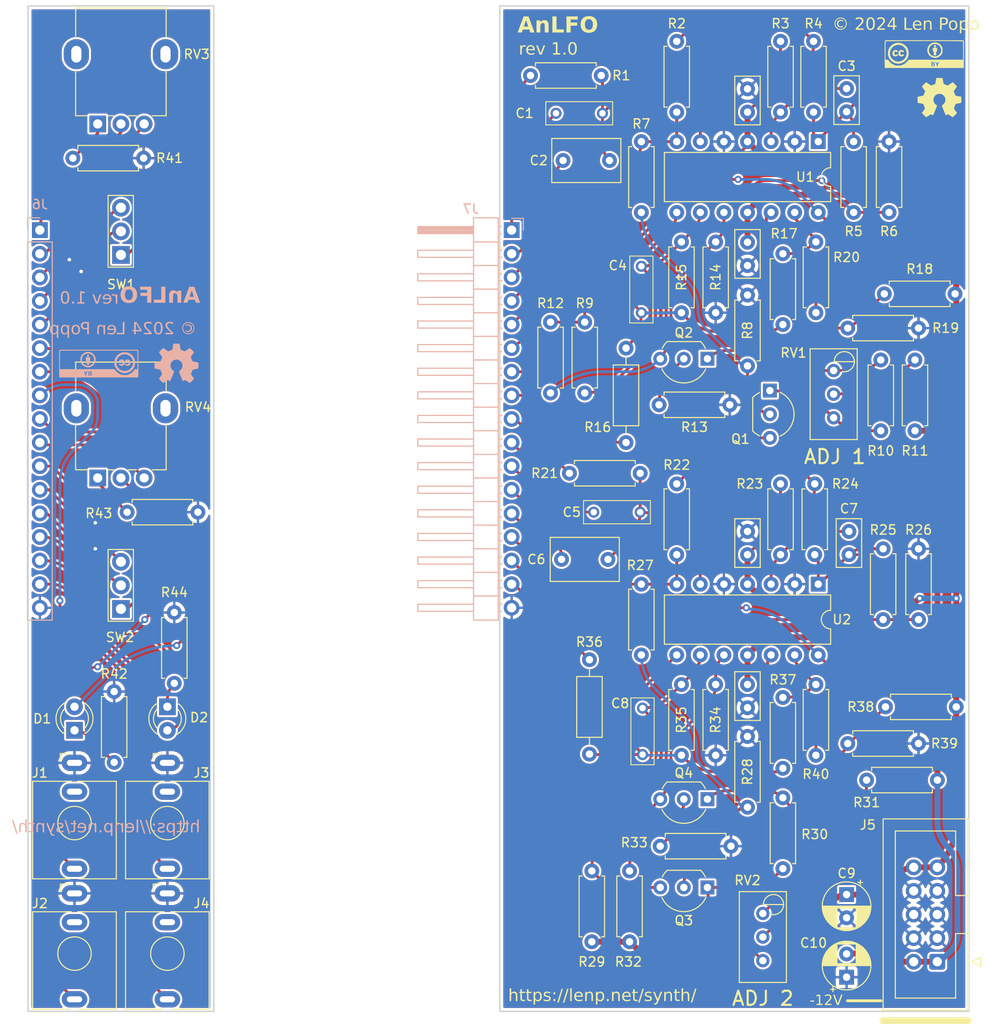
<source format=kicad_pcb>
(kicad_pcb (version 20240108) (generator "pcbnew") (generator_version "8.0")
  (title_block (title "Eurorack Dual LFO") (date "2024-05-06") (rev "1.0") (company "Len Popp") (comment 1 "https://lenp.net/synth/") (comment 2 "Copyright © 2024 Len Popp CC BY") (comment 3 "Board settings comply with requirements of OSH Park https://oshpark.com/") (comment 4 "Dual analog LFO Eurorack module - 4HP"))
  (layers (0 "F.Cu" signal) (31 "B.Cu" signal) (36 "B.SilkS" user "B.Silkscreen") (37 "F.SilkS" user "F.Silkscreen") (38 "B.Mask" user) (39 "F.Mask" user) (44 "Edge.Cuts" user))
  (property "MODULE" "AnLFO")
  (net 0 "")
  (net 1 "+12V")
  (net 2 "GND")
  (net 3 "-12V")
  (net 5 "Net-(U1B--)")
  (net 6 "RANGE-HI-1")
  (net 7 "RANGE-LO-1")
  (net 8 "Net-(U1A-+)")
  (net 9 "LED-1")
  (net 10 "FEEDBACK-1")
  (net 11 "Net-(Q1-C)")
  (net 12 "Net-(C4-Pad2)")
  (net 14 "RANGE-HI-2")
  (net 15 "Net-(U2B--)")
  (net 16 "RANGE-LO-2")
  (net 17 "FEEDBACK-2")
  (net 18 "Net-(U2A-+)")
  (net 19 "Net-(C8-Pad2)")
  (net 20 "Net-(Q3-C)")
  (net 21 "Net-(D1-K)")
  (net 22 "LED-2")
  (net 23 "Net-(D2-K)")
  (net 25 "OUT-SQUARE-1")
  (net 27 "OUT-SINE-1")
  (net 28 "OUT-SQUARE-2")
  (net 29 "OUT-SINE-2")
  (net 30 "RANGE-2")
  (net 31 "RANGE-1")
  (net 32 "RATE-2")
  (net 33 "RATE-1")
  (net 34 "Net-(Q1-B)")
  (net 35 "Net-(Q1-E)")
  (net 36 "Net-(Q2-C)")
  (net 37 "Net-(Q2-B)")
  (net 38 "Net-(Q2-E)")
  (net 39 "Net-(Q3-B)")
  (net 40 "Net-(Q3-E)")
  (net 41 "Net-(Q4-B)")
  (net 42 "Net-(Q4-E)")
  (net 43 "Net-(Q4-C)")
  (net 44 "Net-(R11-Pad1)")
  (net 45 "Net-(U1D--)")
  (net 46 "Net-(U1D-+)")
  (net 47 "Net-(R31-Pad1)")
  (net 48 "Net-(U2D--)")
  (net 49 "Net-(U2D-+)")
  (net 50 "Net-(R41-Pad1)")
  (net 51 "Net-(R43-Pad1)")
  (footprint "-lmp-misc:CP_Radial_D5.0mm_P2.50mm" (layer "F.Cu") (at 188.468 132.461 -90)
    (property "Reference" "C9")
    (property "Value" "10U")
  )
  (footprint "-lmp-misc:CP_Radial_D5.0mm_P2.50mm" (layer "F.Cu") (at 188.468 141.351 90)
    (property "Reference" "C10")
    (property "Value" "10U")
  )
  (footprint "-lmp-synth:Jack_3.5mm_QingPu_WQP-PJ398SM_Vertical" (layer "F.Cu") (at 105.33 118.2878)
    (property "Reference" "J1")
    (property "Value" "WQP-PJ398")
  )
  (footprint "-lmp-synth:Potentiometer_Alpha_RD901F-40-00D_Single_Vertical" (layer "F.Cu") (at 107.83 87.63 90)
    (property "Reference" "RV4")
    (property "Value" "100K")
  )
  (footprint "-lmp-synth:Potentiometer_Alpha_RD901F-40-00D_Single_Vertical" (layer "F.Cu") (at 107.83 49.53 90)
    (property "Reference" "RV3")
    (property "Value" "100K")
  )
  (footprint "-lmp-misc:Logo_CC_BY" (layer "F.Cu") (at 196.8246 42.0116)
    (property "Reference" "G1" (hide yes))
    (property "Value" "Logo_CC_BY" (hide yes))
  )
  (footprint "-lmp-synth:Jack_3.5mm_QingPu_WQP-PJ398SM_Vertical" (layer "F.Cu") (at 105.33 132.334)
    (property "Reference" "J2")
    (property "Value" "WQP-PJ398")
  )
  (footprint "-lmp-misc:Logo_OSHW" (layer "F.Cu") (at 198.4756 46.7106)
    (property "Reference" "G3" (hide yes))
    (property "Value" "Logo_OSHW" (hide yes))
  )
  (footprint "-lmp-synth:Jack_3.5mm_QingPu_WQP-PJ398SM_Vertical" (layer "F.Cu") (at 115.33 118.2878)
    (property "Reference" "J3")
    (property "Value" "WQP-PJ398")
  )
  (footprint "-lmp-synth:Jack_3.5mm_QingPu_WQP-PJ398SM_Vertical" (layer "F.Cu") (at 115.33 132.334)
    (property "Reference" "J4")
    (property "Value" "WQP-PJ398")
  )
  (footprint "-lmp-misc:TO-92_Inline_Wide" (layer "F.Cu") (at 173.482 131.699 180)
    (property "Reference" "Q3")
    (property "Value" "2N3904")
  )
  (footprint "-lmp-misc:C_Disc_D5.0mm_W2.5mm_P2.50mm" (layer "F.Cu") (at 188.468 45.72 -90)
    (property "Reference" "C3")
    (property "Value" "47P")
  )
  (footprint "-lmp-misc:R_Axial_DIN0207_L6.3mm_D2.5mm_P7.62mm_Horizontal" (layer "F.Cu") (at 177.8 115.443 -90)
    (property "Reference" "R28")
    (property "Value" "2K2")
  )
  (footprint "-lmp-misc:SW_SPDT_THT_2.54" (layer "F.Cu") (at 110.33 101.727 180)
    (property "Reference" "SW2")
    (property "Value" "SPDT_ON_ON")
  )
  (footprint "-lmp-misc:R_Axial_DIN0207_L6.3mm_D2.5mm_P7.62mm_Horizontal" (layer "F.Cu") (at 105.156 53.213)
    (property "Reference" "R41")
    (property "Value" "220R")
  )
  (footprint "-lmp-misc:R_Axial_DIN0207_L6.3mm_D2.5mm_P10.16mm_Horizontal" (layer "F.Cu") (at 160.782 117.348 90)
    (property "Reference" "R36")
    (property "Value" "51R")
  )
  (footprint "-lmp-misc:R_Axial_DIN0207_L6.3mm_D2.5mm_P7.62mm_Horizontal" (layer "F.Cu") (at 168.402 127.254)
    (property "Reference" "R33")
    (property "Value" "470R")
  )
  (footprint "-lmp-synth:Potentiometer_Bourns_3296W_Vertical" (layer "F.Cu") (at 179.451 134.493 90)
    (property "Reference" "RV2")
    (property "Value" "25K")
  )
  (footprint "Package_DIP:DIP-14_W7.62mm" (layer "F.Cu") (at 185.42 51.435 -90)
    (property "Reference" "U1")
    (property "Value" "TL074")
  )
  (footprint "Package_DIP:DIP-14_W7.62mm" (layer "F.Cu") (at 185.42 99.06 -90)
    (property "Reference" "U2")
    (property "Value" "TL074")
  )
  (footprint "-lmp-misc:R_Axial_DIN0207_L6.3mm_D2.5mm_P7.62mm_Horizontal" (layer "F.Cu") (at 154.432 44.323)
    (property "Reference" "R1")
    (property "Value" "300K")
  )
  (footprint "-lmp-misc:R_Axial_DIN0207_L6.3mm_D2.5mm_P7.62mm_Horizontal" (layer "F.Cu") (at 160.274 70.866 -90)
    (property "Reference" "R9")
    (property "Value" "10K")
  )
  (footprint "-lmp-misc:R_Axial_DIN0207_L6.3mm_D2.5mm_P7.62mm_Horizontal" (layer "F.Cu") (at 196.215 102.87 90)
    (property "Reference" "R26")
    (property "Value" "10K")
  )
  (footprint "-lmp-misc:R_Axial_DIN0207_L6.3mm_D2.5mm_P7.62mm_Horizontal" (layer "F.Cu") (at 185.039 88.265 -90)
    (property "Reference" "R24")
    (property "Value" "200K")
  )
  (footprint "-lmp-misc:SW_SPDT_THT_2.54" (layer "F.Cu") (at 110.33 63.627 180)
    (property "Reference" "SW1")
    (property "Value" "SPDT_ON_ON")
  )
  (footprint "-lmp-misc:TO-92_Inline_Wide" (layer "F.Cu") (at 173.482 122.195 180)
    (property "Reference" "Q4")
    (property "Value" "2N3904")
  )
  (footprint "-lmp-misc:C_Rect_Kemet_L7.2mm_W2.5mm_P5mm" (layer "F.Cu") (at 166.497 112.395 -90)
    (property "Reference" "C8")
    (property "Value" "3N3" (hide yes))
  )
  (footprint "-lmp-misc:R_Axial_DIN0207_L6.3mm_D2.5mm_P7.62mm_Horizontal" (layer "F.Cu") (at 116.078 109.728 90)
    (property "Reference" "R44")
    (property "Value" "1K")
  )
  (footprint "-lmp-misc:R_Axial_DIN0207_L6.3mm_D2.5mm_P7.62mm_Horizontal" (layer "F.Cu") (at 168.275 79.756)
    (property "Reference" "R13")
    (property "Value" "470R")
  )
  (footprint "-lmp-misc:R_Axial_DIN0207_L6.3mm_D2.5mm_P7.62mm_Horizontal" (layer "F.Cu") (at 181.356 40.64 -90)
    (property "Reference" "R3")
    (property "Value" "4M7")
  )
  (footprint "-lmp-synth:IDC-Header-Eurorack-10-TH" (layer "F.Cu") (at 198.234 139.69 180)
    (property "Reference" "J5")
    (property "Value" "Conn_Eurorack_10")
  )
  (footprint "-lmp-misc:R_Axial_DIN0207_L6.3mm_D2.5mm_P7.62mm_Horizontal" (layer "F.Cu") (at 181.61 129.667 90)
    (property "Reference" "R30")
    (property "Value" "220R")
  )
  (footprint "-lmp-misc:C_Disc_D5.0mm_W2.5mm_P2.50mm" (layer "F.Cu") (at 188.722 93.385 -90)
    (property "Reference" "C7")
    (property "Value" "47P")
  )
  (footprint "-lmp-misc:R_Axial_DIN0207_L6.3mm_D2.5mm_P10.16mm_Horizontal" (layer "F.Cu") (at 164.719 73.66 -90)
    (property "Reference" "R16")
    (property "Value" "51R")
  )
  (footprint "-lmp-misc:R_Axial_DIN0207_L6.3mm_D2.5mm_P7.62mm_Horizontal" (layer "F.Cu") (at 195.834 74.93 -90)
    (property "Reference" "R11")
    (property "Value" "68K")
  )
  (footprint "LED_THT:LED_D3.0mm_Clear" (layer "F.Cu") (at 105.33 114.79 90)
    (property "Reference" "D1")
    (property "Value" "LED_3mm_Blue")
  )
  (footprint "-lmp-misc:R_Axial_DIN0207_L6.3mm_D2.5mm_P7.62mm_Horizontal" (layer "F.Cu") (at 192.151 82.55 90)
    (property "Reference" "R10")
    (property "Value" "220R")
  )
  (footprint "-lmp-misc:R_Axial_DIN0207_L6.3mm_D2.5mm_P7.62mm_Horizontal" (layer "F.Cu") (at 170.688 62.23 -90)
    (property "Reference" "R15")
    (property "Value" "36K")
  )
  (footprint "-lmp-misc:R_Axial_DIN0207_L6.3mm_D2.5mm_P7.62mm_Horizontal" (layer "F.Cu") (at 166.37 59.055 90)
    (property "Reference" "R7")
    (property "Value" "100K")
  )
  (footprint "-lmp-misc:C_Disc_D5.0mm_W2.5mm_P2.50mm" (layer "F.Cu") (at 177.8 95.885 90)
    (property "Reference" "C13" (hide yes))
    (property "Value" "100N")
  )
  (footprint "-lmp-misc:R_Axial_DIN0207_L6.3mm_D2.5mm_P7.62mm_Horizontal" (layer "F.Cu") (at 170.18 95.885 90)
    (property "Reference" "R22")
    (property "Value" "100K")
  )
  (footprint "-lmp-misc:C_Rect_L7.2mm_W4.5mm_P5.00mm" (layer "F.Cu") (at 162.774 96.393 180)
    (property "Reference" "C6")
    (property "Value" "470N")
  )
  (footprint "-lmp-misc:R_Axial_DIN0207_L6.3mm_D2.5mm_P7.62mm_Horizontal" (layer "F.Cu") (at 170.18 48.26 90)
    (property "Reference" "R2")
    (property "Value" "100K")
  )
  (footprint "-lmp-misc:R_Axial_DIN0207_L6.3mm_D2.5mm_P7.62mm_Horizontal" (layer "F.Cu") (at 189.23 51.435 -90)
    (property "Reference" "R5")
    (property "Value" "11K")
  )
  (footprint "-lmp-misc:R_Axial_DIN0207_L6.3mm_D2.5mm_P7.62mm_Horizontal" (layer "F.Cu") (at 184.912 40.64 -90)
    (property "Reference" "R4")
    (property "Value" "200K")
  )
  (footprint "-lmp-misc:R_Axial_DIN0207_L6.3mm_D2.5mm_P7.62mm_Horizontal" (layer "F.Cu") (at 161.036 137.541 90)
    (property "Reference" "R29")
    (property "Value" "10K")
  )
  (footprint "-lmp-misc:R_Axial_DIN0207_L6.3mm_D2.5mm_P7.62mm_Horizontal" (layer "F.Cu") (at 200.152 67.818 180)
    (property "Reference" "R18")
    (property "Value" "220K")
  )
  (footprint "-lmp-misc:R_Axial_DIN0207_L6.3mm_D2.5mm_P7.62mm_Horizontal" (layer "F.Cu") (at 156.591 70.866 -90)
    (property "Reference" "R12")
    (property "Value" "10K")
  )
  (footprint "-lmp-misc:R_Axial_DIN0207_L6.3mm_D2.5mm_P7.62mm_Horizontal" (layer "F.Cu") (at 166.37 106.68 90)
    (property "Reference" "R27")
    (property "Value" "100K")
  )
  (footprint "-lmp-misc:R_Axial_DIN0207_L6.3mm_D2.5mm_P7.62mm_Horizontal" (layer "F.Cu") (at 185.166 69.85 90)
    (property "Reference" "R20")
    (property "Value" "100K")
  )
  (footprint "-lmp-misc:R_Axial_DIN0207_L6.3mm_D2.5mm_P7.62mm_Horizontal" (layer "F.Cu") (at 181.61 118.872 90)
    (property "Reference" "R37")
    (property "Value" "220K")
  )
  (footprint "-lmp-misc:R_Axial_DIN0207_L6.3mm_D2.5mm_P7.62mm_Horizontal" (layer "F.Cu") (at 174.371 109.855 -90)
    (property "Reference" "R34")
    (property "Value" "36K")
  )
  (footprint "-lmp-misc:R_Axial_DIN0207_L6.3mm_D2.5mm_P7.62mm_Horizontal" (layer "F.Cu") (at 109.601 118.237 90)
    (property "Reference" "R42")
    (property "Value" "1K")
  )
  (footprint "-lmp-misc:C_Disc_D5.0mm_W2.5mm_P2.50mm" (layer "F.Cu") (at 177.8 112.355 90)
    (property "Reference" "C14" (hide yes))
    (property "Value" "100N")
  )
  (footprint "-lmp-misc:R_Axial_DIN0207_L6.3mm_D2.5mm_P7.62mm_Horizontal" (layer "F.Cu") (at 185.166 117.475 90)
    (property "Reference" "R40")
    (property "Value" "100K")
  )
  (footprint "-lmp-misc:C_Disc_D5.0mm_W2.5mm_P2.50mm" (layer "F.Cu") (at 177.8 48.26 90)
    (property "Reference" "C11" (hide yes))
    (property "Value" "100N")
  )
  (footprint "-lmp-misc:R_Axial_DIN0207_L6.3mm_D2.5mm_P7.62mm_Horizontal" (layer "F.Cu") (at 188.595 116.205)
    (property "Reference" "R39")
    (property "Value" "36K")
  )
  (footprint "-lmp-misc:R_Axial_DIN0207_L6.3mm_D2.5mm_P7.62mm_Horizontal" (layer "F.Cu") (at 200.279 112.268 180)
    (property "Reference" "R38")
    (property "Value" "220K")
  )
  (footprint "-lmp-misc:C_Rect_Kemet_L7.2mm_W2.5mm_P5mm" (layer "F.Cu") (at 162.179 48.387 180)
    (property "Reference" "C1")
    (property "Value" "10N" (hide yes))
  )
  (footprint "-lmp-synth:Potentiometer_Bourns_3296W_Vertical" (layer "F.Cu") (at 187.071 76.073 90)
    (property "Reference" "RV1")
    (property "Value" "25K")
  )
  (footprint "-lmp-misc:TO-92_Inline_Wide" (layer "F.Cu") (at 173.482 74.803 180)
    (property "Reference" "Q2")
    (property "Value" "2N3904")
  )
  (footprint "-lmp-misc:R_Axial_DIN0207_L6.3mm_D2.5mm_P7.62mm_Horizontal" (layer "F.Cu") (at 188.595 71.501)
    (property "Reference" "R19")
    (property "Value" "36K")
  )
  (footprint "-lmp-misc:R_Axial_DIN0207_L6.3mm_D2.5mm_P7.62mm_Horizontal" (layer "F.Cu") (at 177.8 67.945 -90)
    (property "Reference" "R8")
    (property "Value" "2K2")
  )
  (footprint "-lmp-misc:R_Axial_DIN0207_L6.3mm_D2.5mm_P7.62mm_Horizontal" (layer "F.Cu") (at 110.998 91.313)
    (property "Reference" "R43")
    (property "Value" "220R")
  )
  (footprint "-lmp-misc:C_Rect_Kemet_L7.2mm_W2.5mm_P5mm" (layer "F.Cu") (at 166.37 64.85 -90)
    (property "Reference" "C4")
    (property "Value" "3N3" (hide yes))
  )
  (footprint "-lmp-misc:R_Axial_DIN0207_L6.3mm_D2.5mm_P7.62mm_Horizontal" (layer "F.Cu") (at 193.04 59.055 90)
    (property "Reference" "R6")
    (property "Value" "10K")
  )
  (footprint "-lmp-misc:R_Axial_DIN0207_L6.3mm_D2.5mm_P7.62mm_Horizontal" (layer "F.Cu") (at 192.405 95.25 -90)
    (property "Reference" "R25")
    (property "Value" "11K")
  )
  (footprint "-lmp-misc:R_Axial_DIN0207_L6.3mm_D2.5mm_P7.62mm_Horizontal" (layer "F.Cu") (at 174.371 62.23 -90)
    (property "Reference" "R14")
    (property "Value" "36K")
  )
  (footprint "-lmp-misc:TO-92_Inline_Wide" (layer "F.Cu") (at 180.213 78.232 -90)
    (property "Reference" "Q1")
    (property "Value" "2N3904")
  )
  (footprint "-lmp-misc:R_Axial_DIN0207_L6.3mm_D2.5mm_P7.62mm_Horizontal" (layer "F.Cu") (at 165.1 137.541 90)
    (property "Reference" "R32")
    (property "Value" "10K")
  )
  (footprint "LED_THT:LED_D3.0mm_Clear" (layer "F.Cu") (at 115.33 112.25 -90)
    (property "Reference" "D2")
    (property "Value" "LED_3mm_Blue")
  )
  (footprint "-lmp-misc:C_Rect_Kemet_L7.2mm_W2.5mm_P5mm" (layer "F.Cu") (at 166.243 91.313 180)
    (property "Reference" "C5")
    (property "Value" "10N" (hide yes))
  )
  (footprint "-lmp-misc:R_Axial_DIN0207_L6.3mm_D2.5mm_P7.62mm_Horizontal" (layer "F.Cu") (at 181.61 71.12 90)
    (property "Reference" "R17")
    (property "Value" "220K")
  )
  (footprint "-lmp-misc:R_Axial_DIN0207_L6.3mm_D2.5mm_P7.62mm_Horizontal" (layer "F.Cu") (at 170.688 109.855 -90)
    (property "Reference" "R35")
    (property "Value" "36K")
  )
  (footprint "-lmp-misc:C_Rect_L7.2mm_W4.5mm_P5.00mm" (layer "F.Cu") (at 162.941 53.467 180)
    (property "Reference" "C2")
    (property "Value" "470N")
  )
  (footprint "-lmp-misc:R_Axial_DIN0207_L6.3mm_D2.5mm_P7.62mm_Horizontal" (layer "F.Cu") (at 158.623 87.122)
    (property "Reference" "R21")
    (property "Value" "300K")
  )
  (footprint "-lmp-misc:C_Disc_D5.0mm_W2.5mm_P2.50mm" (layer "F.Cu") (at 177.8 64.77 90)
    (property "Reference" "C12" (hide yes))
    (property "Value" "100N")
  )
  (footprint "-lmp-misc:R_Axial_DIN0207_L6.3mm_D2.5mm_P7.62mm_Horizontal" (layer "F.Cu") (at 190.627 120.142)
    (property "Reference" "R31")
    (property "Value" "68K")
  )
  (footprint "-lmp-misc:R_Axial_DIN0207_L6.3mm_D2.5mm_P7.62mm_Horizontal" (layer "F.Cu") (at 181.356 88.265 -90)
    (property "Reference" "R23")
    (property "Value" "4M7")
  )
  (footprint "Connector_PinSocket_2.54mm:PinSocket_1x17_P2.54mm_Vertical" (layer "B.Cu") (at 101.6 60.96 180)
    (property "Reference" "J6")
    (property "Value" "Conn_Front")
  )
  (footprint "-lmp-misc:Logo_CC_BY" (layer "B.Cu") (at 107.95 75.311 180)
    (property "Reference" "G2" (hide yes))
    (property "Value" "Logo_CC_BY" (hide yes))
  )
  (footprint "-lmp-misc:Logo_OSHW" (layer "B.Cu") (at 116.3066 75.311 180)
    (property "Reference" "G4" (hide yes))
    (property "Value" "Logo_OSHW" (hide yes))
  )
  (footprint "Connector_PinHeader_2.54mm:PinHeader_1x17_P2.54mm_Horizontal" (layer "B.Cu") (at 152.4 60.96 180)
    (property "Reference" "J7")
    (property "Value" "Conn_Back")
  )
  (gr_line (start 192.1764 143.891) (end 188.562 143.891) (stroke (width 0.3048)) (layer "F.SilkS"))
  (gr_line (start 151.13 145.034) (end 151.13 36.83) (stroke (width 0.1524)) (layer "Edge.Cuts"))
  (gr_line (start 151.13 36.83) (end 201.63 36.83) (stroke (width 0.1524)) (layer "Edge.Cuts"))
  (gr_line (start 120.33 36.83) (end 120.33 145.034) (stroke (width 0.1524)) (layer "Edge.Cuts"))
  (gr_line (start 120.33 145.034) (end 100.33 145.034) (stroke (width 0.1524)) (layer "Edge.Cuts"))
  (gr_line (start 100.33 36.83) (end 120.33 36.83) (stroke (width 0.1524)) (layer "Edge.Cuts"))
  (gr_line (start 201.63 145.034) (end 151.13 145.034) (stroke (width 0.1524)) (layer "Edge.Cuts"))
  (gr_line (start 201.63 36.83) (end 201.63 145.034) (stroke (width 0.1524)) (layer "Edge.Cuts"))
  (gr_line (start 100.33 145.034) (end 100.33 36.83) (stroke (width 0.1524)) (layer "Edge.Cuts"))
  (gr_text "${MODULE}" (at 118.872 68.072 0) (layer "B.SilkS") (effects (font (size 1.7 1.7) (thickness 0.34) (bold yes)) (justify left mirror)))
  (gr_text "rev ${REVISION}" (at 110.109 68.326 0) (layer "B.SilkS") (effects (font (size 1.3 1.3)) (justify left mirror)))
  (gr_text "© 2024 Len Popp" (at 118.491 71.628 0) (layer "B.SilkS") (effects (font (size 1.3 1.3)) (justify left mirror)))
  (gr_text "https://lenp.net/synth/" (at 118.872 125.222 0) (layer "B.SilkS") (effects (font (size 1.3 1.3) (thickness 0.1524)) (justify left mirror)))
  (gr_text "© 2024 Len Popp" (at 186.9186 38.862 0) (layer "F.SilkS") (effects (font (size 1.3 1.3)) (justify left)))
  (gr_text "-12V" (at 188.054 143.891 0) (layer "F.SilkS") (effects (font (size 1.1 1.1)) (justify right)))
  (gr_text "${MODULE}" (at 153.035 38.989 0) (layer "F.SilkS") (effects (font (size 1.7 1.7) (thickness 0.34) (bold yes)) (justify left)))
  (gr_text "ADJ 2" (at 179.451 144.526 0) (layer "F.SilkS") (effects (font (size 1.524 1.524) (thickness 0.2286)) (justify bottom)))
  (gr_text "https://lenp.net/synth/" (at 152.019 143.383 0) (layer "F.SilkS") (effects (font (size 1.3 1.3) (thickness 0.1524)) (justify left)))
  (gr_text "ADJ 1" (at 187.198 86.233 0) (layer "F.SilkS") (effects (font (size 1.524 1.524) (thickness 0.2286)) (justify bottom)))
  (gr_text "rev ${REVISION}" (at 153.162 41.529 0) (layer "F.SilkS") (effects (font (size 1.3 1.3)) (justify left)))
  (segment (start 177.8 51.816) (end 177.8 51.435) (width 0.635) (layer "F.Cu") (net 1))
  (segment (start 176.911 52.705) (end 177.8 51.816) (width 0.3048) (layer "F.Cu") (net 1))
  (segment (start 183.5785 139.6365) (end 184.648974 138.566026) (width 0.635) (layer "F.Cu") (net 1))
  (segment (start 161.036 137.541) (end 165.1 137.541) (width 0.635) (layer "F.Cu") (net 1))
  (segment (start 160.274 70.866) (end 156.591 70.866) (width 0.3048) (layer "F.Cu") (net 1))
  (segment (start 160.274 70.866) (end 160.274 63.078064) (width 0.3048) (layer "F.Cu") (net 1))
  (segment (start 180.819828 101.092) (end 195.11558 101.092) (width 0.635) (layer "F.Cu") (net 1))
  (segment (start 168.658643 53.975) (end 174.117 53.975) (width 0.3048) (layer "F.Cu") (net 1))
  (segment (start 177.8 99.06) (end 179.1335 100.3935) (width 0.635) (layer "F.Cu") (net 1))
  (segment (start 176.784 141.478) (end 179.132726 141.478) (width 0.635) (layer "F.Cu") (net 1))
  (segment (start 174.604758 141.478) (end 176.784 141.478) (width 0.635) (layer "F.Cu") (net 1))
  (segment (start 181.356 88.265) (end 181.356 89.035365) (width 0.3048) (layer "F.Cu") (net 1))
  (segment (start 200.279 124.592934) (end 200.279 100.584) (width 0.635) (layer "F.Cu") (net 1))
  (segment (start 195.326 55.372) (end 198.303343 58.349343) (width 0.635) (layer "F.Cu") (net 1))
  (segment (start 179.027049 94.657951) (end 177.8 95.885) (width 0.3048) (layer "F.Cu") (net 1))
  (segment (start 177.8 99.06) (end 177.8 95.885) (width 0.635) (layer "F.Cu") (net 1))
  (segment (start 161.8615 59.2455) (end 166.0525 55.0545) (width 0.3048) (layer "F.Cu") (net 1))
  (segment (start 176.71863 52.897369) (end 176.911 52.705) (width 0.3048) (layer "F.Cu") (net 1))
  (segment (start 177.8 51.435) (end 177.8 48.26) (width 0.635) (layer "F.Cu") (net 1))
  (segment (start 200.279 63.119) (end 200.279 100.584) (width 0.635) (layer "F.Cu") (net 1))
  (segment (start 194.176382 130.158618) (end 193.088958 131.246042) (width 0.635) (layer "F.Cu") (net 1))
  (segment (start 177.8 51.435) (end 179.0065 52.6415) (width 0.635) (layer "F.Cu") (net 1))
  (segment (start 195.694 129.53) (end 198.234 129.53) (width 0.635) (layer "F.Cu") (net 1))
  (segment (start 181.612643 53.721) (end 191.340134 53.721) (width 0.635) (layer "F.Cu") (net 1))
  (segment (start 177.8 48.26) (end 179.959 46.101) (width 0.3048) (layer "F.Cu") (net 1))
  (segment (start 186.804236 133.362764) (end 187.167184 132.999816) (width 0.635) (layer "F.Cu") (net 1))
  (segment (start 181.356 42.728344) (end 181.356 40.64) (width 0.3048) (layer "F.Cu") (net 1))
  (segment (start 190.155788 132.461) (end 188.468 132.461) (width 0.635) (layer "F.Cu") (net 1))
  (via (at 200.279 100.584) (size 0.762) (drill 0.381) (layers "F.Cu" "B.Cu") (net 1))
  (via (at 196.342 100.584) (size 0.762) (drill 0.381) (layers "F.Cu" "B.Cu") (net 1))
  (arc (start 179.959 46.101) (mid 180.992932 44.553612) (end 181.356 42.728344) (width 0.3048) (layer "F.Cu") (net 1))
  (arc (start 165.1 137.541) (mid 169.46082 140.454807) (end 174.604758 141.478) (width 0.635) (layer "F.Cu") (net 1))
  (arc (start 198.303343 58.349343) (mid 199.765543 60.53768) (end 200.279 63.119) (width 0.635) (layer "F.Cu") (net 1))
  (arc (start 181.356 89.035365) (mid 180.750725 92.078287) (end 179.027049 94.657951) (width 0.3048) (layer "F.Cu") (net 1))
  (arc (start 195.694 129.53) (mid 194.872671 129.693372) (end 194.176382 130.158618) (width 0.635) (layer "F.Cu") (net 1))
  (arc (start 174.117 53.975) (mid 175.524992 53.694933) (end 176.71863 52.897369) (width 0.3048) (layer "F.Cu") (net 1))
  (arc (start 193.088958 131.246042) (mid 191.743208 132.145243) (end 190.155788 132.461) (width 0.635) (layer "F.Cu") (net 1))
  (arc (start 191.340134 53.721) (mid 193.497269 54.150081) (end 195.326 55.372) (width 0.635) (layer "F.Cu") (net 1))
  (arc (start 187.167184 132.999816) (mid 187.764003 132.601034) (end 188.468 132.461) (width 0.635) (layer "F.Cu") (net 1))
  (arc (start 179.132726 141.478) (mid 181.538762 140.999409) (end 183.5785 139.6365) (width 0.635) (layer "F.Cu") (net 1))
  (arc (start 179.1335 100.3935) (mid 179.907194 100.910466) (end 180.819828 101.092) (width 0.635) (layer "F.Cu") (net 1))
  (arc (start 184.648974 138.566026) (mid 185.313611 137.571327) (end 185.547 136.398) (width 0.635) (layer "F.Cu") (net 1))
  (arc (start 195.11558 101.092) (mid 195.779314 100.959975) (end 196.342 100.584) (width 0.635) (layer "F.Cu") (net 1))
  (arc (start 185.547 136.398) (mid 185.873745 134.755342) (end 186.804236 133.362764) (width 0.635) (layer "F.Cu") (net 1))
  (arc (start 166.0525 55.0545) (mid 167.248208 54.255553) (end 168.658643 53.975) (width 0.3048) (layer "F.Cu") (net 1))
  (arc (start 198.234 129.53) (mid 199.747522 127.264855) (end 200.279 124.592934) (width 0.635) (layer "F.Cu") (net 1))
  (arc (start 179.0065 52.6415) (mid 180.202208 53.440447) (end 181.612643 53.721) (width 0.635) (layer "F.Cu") (net 1))
  (arc (start 160.274 63.078064) (mid 160.686578 61.003896) (end 161.8615 59.2455) (width 0.3048) (layer "F.Cu") (net 1))
  (segment (start 200.279 100.584) (end 196.342 100.584) (width 0.635) (layer "B.Cu") (net 1))
  (via (at 107.569 92.456) (size 0.762) (drill 0.381) (layers "F.Cu" "B.Cu") (net 2))
  (via (at 107.569 95.25) (size 0.762) (drill 0.381) (layers "F.Cu" "B.Cu") (net 2))
  (via (at 106.045 65.405) (size 0.762) (drill 0.381) (layers "F.Cu" "B.Cu") (net 2))
  (via (at 104.775 64.135) (size 0.762) (drill 0.381) (layers "F.Cu" "B.Cu") (net 2))
  (segment (start 198.247 104.648) (end 198.247 120.142) (width 0.635) (layer "F.Cu") (net 3))
  (segment (start 177.8 106.68) (end 178.983006 105.496994) (width 0.635) (layer "F.Cu") (net 3))
  (segment (start 195.694 139.69) (end 198.234 139.69) (width 0.635) (layer "F.Cu") (net 3))
  (segment (start 192.480277 57.15) (end 180.975 57.15) (width 0.635) (layer "F.Cu") (net 3))
  (segment (start 195.834 82.55) (end 198.247 82.55) (width 0.635) (layer "F.Cu") (net 3))
  (segment (start 193.589916 139.233916) (end 193.52621 139.17021) (width 0.635) (layer "F.Cu") (net 3))
  (segment (start 188.468 138.851) (end 188.508 138.811) (width 0.635) (layer "F.Cu") (net 3))
  (segment (start 198.12 104.775) (end 198.247 104.648) (width 0.635) (layer "F.Cu") (net 3))
  (segment (start 177.8 58.928) (end 177.8 59.055) (width 0.635) (layer "F.Cu") (net 3))
  (segment (start 180.726053 104.775) (end 198.12 104.775) (width 0.635) (layer "F.Cu") (net 3))
  (segment (start 177.8 62.27) (end 177.8 59.055) (width 0.635) (layer "F.Cu") (net 3))
  (segment (start 178.8795 57.8485) (end 177.8 58.928) (width 0.635) (layer "F.Cu") (net 3))
  (segment (start 196.720356 59.941356) (end 194.953402 58.174402) (width 0.635) (layer "F.Cu") (net 3))
  (segment (start 177.8 109.855) (end 177.8 106.68) (width 0.635) (layer "F.Cu") (net 3))
  (segment (start 198.247 82.55) (end 198.247 104.648) (width 0.635) (layer "F.Cu") (net 3))
  (segment (start 194.691 139.69) (end 195.694 139.69) (width 0.635) (layer "F.Cu") (net 3))
  (segment (start 188.508 138.811) (end 192.659 138.811) (width 0.635) (layer "F.Cu") (net 3))
  (segment (start 180.975 57.15) (end 180.565828 57.15) (width 0.635) (layer "F.Cu") (net 3))
  (segment (start 198.247 82.55) (end 198.247 63.627) (width 0.635) (layer "F.Cu") (net 3))
  (arc (start 180.565828 57.15) (mid 179.653194 57.331534) (end 178.8795 57.8485) (width 0.635) (layer "F.Cu") (net 3))
  (arc (start 198.247 63.627) (mid 197.850238 61.632344) (end 196.720356 59.941356) (width 0.635) (layer "F.Cu") (net 3))
  (arc (start 178.983006 105.496994) (mid 179.782723 104.96264) (end 180.726053 104.775) (width 0.635) (layer "F.Cu") (net 3))
  (arc (start 192.659 138.811) (mid 193.128331 138.904356) (end 193.52621 139.17021) (width 0.635) (layer "F.Cu") (net 3))
  (arc (start 194.691 139.69) (mid 194.095098 139.571468) (end 193.589916 139.233916) (width 0.635) (layer "F.Cu") (net 3))
  (arc (start 194.953402 58.174402) (mid 193.818723 57.416233) (end 192.480277 57.15) (width 0.635) (layer "F.Cu") (net 3))
  (segment (start 199.7075 138.4935) (end 198.511 139.69) (width 0.635) (layer "B.Cu") (net 3))
  (segment (start 198.247 120.142) (end 198.247 124.587) (width 0.635) (layer "B.Cu") (net 3))
  (segment (start 200.406 129.799286) (end 200.406 136.807172) (width 0.635) (layer "B.Cu") (net 3))
  (segment (start 198.511 139.69) (end 198.234 139.69) (width 0.635) (layer "B.Cu") (net 3))
  (arc (start 198.247 124.587) (mid 198.550406 126.112326) (end 199.414434 127.405434) (width 0.635) (layer "B.Cu") (net 3))
  (arc (start 200.406 136.807172) (mid 200.224465 137.719806) (end 199.7075 138.4935) (width 0.635) (layer "B.Cu") (net 3))
  (arc (start 199.414434 127.405434) (mid 200.1483 128.503743) (end 200.406 129.799286) (width 0.635) (layer "B.Cu") (net 3))
  (segment (start 170.18 46.609) (end 165.1 46.609) (width 0.3048) (layer "F.Cu") (net 5))
  (segment (start 162.179 44.45) (end 162.179 48.387) (width 0.3048) (layer "F.Cu") (net 5))
  (segment (start 162.179 48.387) (end 162.179 51.435) (width 0.3048) (layer "F.Cu") (net 5))
  (segment (start 165.1 46.609) (end 164.67542 46.609) (width 0.3048) (layer "F.Cu") (net 5))
  (segment (start 172.72 51.435) (end 172.72 49.759877) (width 0.3048) (layer "F.Cu") (net 5))
  (segment (start 163.449 47.117) (end 162.179 48.387) (width 0.3048) (layer "F.Cu") (net 5))
  (segment (start 162.179 51.435) (end 162.179 51.62737) (width 0.3048) (layer "F.Cu") (net 5))
  (segment (start 162.052 44.323) (end 162.179 44.45) (width 0.3048) (layer "F.Cu") (net 5))
  (arc (start 164.67542 46.609) (mid 164.011687 46.741025) (end 163.449 47.117) (width 0.3048) (layer "F.Cu") (net 5))
  (arc (start 171.670612 47.226431) (mid 170.986713 46.769465) (end 170.18 46.609) (width 0.3048) (layer "F.Cu") (net 5))
  (arc (start 162.179 51.62737) (mid 162.377038 52.62297) (end 162.941 53.467) (width 0.3048) (layer "F.Cu") (net 5))
  (arc (start 172.72 49.759877) (mid 172.447273 48.388786) (end 171.670612 47.226431) (width 0.3048) (layer "F.Cu") (net 5))
  (segment (start 157.179 48.387) (end 156.490852 49.075148) (width 0.3048) (layer "F.Cu") (net 6))
  (segment (start 110.998 63.627) (end 111.639382 62.985618) (width 0.3048) (layer "F.Cu") (net 6))
  (segment (start 112.141 60.325) (end 112.141 58.37642) (width 0.3048) (layer "F.Cu") (net 6))
  (segment (start 155.829 50.673) (end 155.829 60.994554) (width 0.3048) (layer "F.Cu") (net 6))
  (segment (start 112.141 61.774606) (end 112.141 60.325) (width 0.3048) (layer "F.Cu") (net 6))
  (segment (start 101.6 66.04) (end 101.6 65.9765) (width 0.3048) (layer "F.Cu") (net 6))
  (segment (start 110.33 63.627) (end 110.998 63.627) (width 0.3048) (layer "F.Cu") (net 6))
  (segment (start 154.686 63.754) (end 152.4 66.04) (width 0.3048) (layer "F.Cu") (net 6))
  (segment (start 110.713185 56.769) (end 110.109 56.769) (width 0.3048) (layer "F.Cu") (net 6))
  (segment (start 101.6 65.9765) (end 104.916086 62.660414) (width 0.3048) (layer "F.Cu") (net 6))
  (segment (start 108.712 57.531) (end 109.151987 57.091013) (width 0.3048) (layer "F.Cu") (net 6))
  (segment (start 105.859013 60.383987) (end 108.712 57.531) (width 0.3048) (layer "F.Cu") (net 6))
  (segment (start 109.024987 57.218013) (end 108.712 57.531) (width 0.3048) (layer "F.Cu") (net 6))
  (arc (start 156.490852 49.075148) (mid 156.00101 49.808248) (end 155.829 50.673) (width 0.3048) (layer "F.Cu") (net 6))
  (arc (start 105.41 61.468) (mid 105.526695 60.881336) (end 105.859013 60.383987) (width 0.3048) (layer "F.Cu") (net 6))
  (arc (start 112.141 58.37642) (mid 112.008975 57.712686) (end 111.633 57.15) (width 0.3048) (layer "F.Cu") (net 6))
  (arc (start 155.829 60.994554) (mid 155.531944 62.487955) (end 154.686 63.754) (width 0.3048) (layer "F.Cu") (net 6))
  (arc (start 111.633 57.15) (mid 111.210986 56.868018) (end 110.713185 56.769) (width 0.3048) (layer "F.Cu") (net 6))
  (arc (start 111.639382 62.985618) (mid 112.010634 62.430001) (end 112.141 61.774606) (width 0.3048) (layer "F.Cu") (net 6))
  (arc (start 110.109 56.769) (mid 109.522336 56.885695) (end 109.024987 57.218013) (width 0.3048) (layer "F.Cu") (net 6))
  (arc (start 104.916086 62.660414) (mid 105.281636 62.11333) (end 105.41 61.468) (width 0.3048) (layer "F.Cu") (net 6))
  (segment (start 109.982 58.547) (end 107.345816 61.183184) (width 0.3048) (layer "F.Cu") (net 7))
  (segment (start 106.807 62.484) (end 106.807 62.611) (width 0.3048) (layer "F.Cu") (net 7))
  (segment (start 155.702 65.278) (end 152.4 68.58) (width 0.3048) (layer "F.Cu") (net 7))
  (segment (start 106.1085 64.0715) (end 101.6 68.58) (width 0.3048) (layer "F.Cu") (net 7))
  (segment (start 157.226 55.193162) (end 157.226 61.214) (width 0.3048) (layer "F.Cu") (net 7))
  (segment (start 110.33 58.547) (end 109.982 58.547) (width 0.3048) (layer "F.Cu") (net 7))
  (segment (start 157.226 61.214) (end 157.226 61.598739) (width 0.3048) (layer "F.Cu") (net 7))
  (segment (start 106.268185 63.911816) (end 106.1085 64.0715) (width 0.3048) (layer "F.Cu") (net 7))
  (arc (start 106.807 62.611) (mid 106.666966 63.314996) (end 106.268185 63.911816) (width 0.3048) (layer "F.Cu") (net 7))
  (arc (start 107.345816 61.183184) (mid 106.947034 61.780003) (end 106.807 62.484) (width 0.3048) (layer "F.Cu") (net 7))
  (arc (start 157.941 53.467) (mid 157.411822 54.25897) (end 157.226 55.193162) (width 0.3048) (layer "F.Cu") (net 7))
  (arc (start 157.226 61.598739) (mid 156.829925 63.589941) (end 155.702 65.278) (width 0.3048) (layer "F.Cu") (net 7))
  (segment (start 184.912 40.64) (end 184.248829 39.976829) (width 0.3048) (layer "F.Cu") (net 8))
  (segment (start 173.482 38.989) (end 181.864 38.989) (width 0.3048) (layer "F.Cu") (net 8))
  (segment (start 180.34 51.435) (end 180.34 50.71284) (width 0.3048) (layer "F.Cu") (net 8))
  (segment (start 170.18 40.64) (end 170.663566 40.156434) (width 0.3048) (layer "F.Cu") (net 8))
  (segment (start 182.038318 47.577682) (end 181.356 48.26) (width 0.3048) (layer "F.Cu") (net 8))
  (segment (start 188.468 45.72) (end 184.254269 45.72) (width 0.3048) (layer "F.Cu") (net 8))
  (arc (start 184.912 40.64) (mid 184.165154 44.394646) (end 182.038318 47.577682) (width 0.3048) (layer "F.Cu") (net 8))
  (arc (start 184.248829 39.976829) (mid 183.15466 39.245728) (end 181.864 38.989) (width 0.3048) (layer "F.Cu") (net 8))
  (arc (start 184.254269 45.72) (mid 183.923271 45.65416) (end 183.642665 45.466665) (width 0.3048) (layer "F.Cu") (net 8))
  (arc (start 170.663566 40.156434) (mid 171.956674 39.292406) (end 173.482 38.989) (width 0.3048) (layer "F.Cu") (net 8))
  (arc (start 180.34 50.71284) (mid 180.60405 49.385373) (end 181.356 48.26) (width 0.3048) (layer "F.Cu") (net 8))
  (segment (start 116.84 97.282) (end 116.84 87.551866) (width 0.3048) (layer "F.Cu") (net 9))
  (segment (start 116.84 97.282) (end 116.84 97.597549) (width 0.3048) (layer "F.Cu") (net 9))
  (segment (start 186.817 62.992) (end 186.817 61.468) (width 0.3048) (layer "F.Cu") (net 9))
  (segment (start 161.925 71.126383) (end 161.925 63.384669) (width 0.3048) (layer "F.Cu") (net 9))
  (segment (start 185.166 69.85) (end 185.166 66.392828) (width 0.3048) (layer "F.Cu") (net 9))
  (segment (start 117.856 102.362) (end 117.856 100.212025) (width 0.3048) (layer "F.Cu") (net 9))
  (segment (start 186.09858 59.733579) (end 185.42 59.055) (width 0.3048) (layer "F.Cu") (net 9))
  (segment (start 168.46363 55.499) (end 176.784 55.499) (width 0.3048) (layer "F.Cu") (net 9))
  (segment (start 115.189 83.566) (end 107.887275 76.264275) (width 0.3048) (layer "F.Cu") (net 9))
  (segment (start 116.84 97.759185) (end 116.84 97.282) (width 0.3048) (layer "F.Cu") (net 9))
  (segment (start 163.6395 59.2455) (end 166.624 56.261) (width 0.3048) (layer "F.Cu") (net 9))
  (segment (start 116.332 105.664) (end 116.598764 105.397236) (width 0.3048) (layer "F.Cu") (net 9))
  (segment (start 185.8645 64.7065) (end 186.278184 64.292816) (width 0.3048) (layer "F.Cu") (net 9))
  (segment (start 154.85284 72.644) (end 160.407383 72.644) (width 0.3048) (layer "F.Cu") (net 9))
  (via (at 176.784 55.499) (size 0.762) (drill 0.381) (layers "F.Cu" "B.Cu") (net 9))
  (via (at 116.332 105.664) (size 0.762) (drill 0.381) (layers "F.Cu" "B.Cu") (net 9))
  (arc (start 185.166 66.392828) (mid 185.347534 65.480194) (end 185.8645 64.7065) (width 0.3048) (layer "F.Cu") (net 9))
  (arc (start 186.817 61.468) (mid 186.630289 60.529338) (end 186.09858 59.733579) (width 0.3048) (layer "F.Cu") (net 9))
  (arc (start 166.624 56.261) (mid 167.468029 55.697037) (end 168.46363 55.499) (width 0.3048) (layer "F.Cu") (net 9))
  (arc (start 116.598764 105.397236) (mid 117.529255 104.004658) (end 117.856 102.362) (width 0.3048) (layer "F.Cu") (net 9))
  (arc (start 161.925 63.384669) (mid 162.370584 61.144567) (end 163.6395 59.2455) (width 0.3048) (layer "F.Cu") (net 9))
  (arc (start 117.856 100.212025) (mid 117.690969 99.382358) (end 117.221 98.679) (width 0.3048) (layer "F.Cu") (net 9))
  (arc (start 116.84 87.551866) (mid 116.410919 85.394731) (end 115.189 83.566) (width 0.3048) (layer "F.Cu") (net 9))
  (arc (start 116.84 97.597549) (mid 116.970657 98.254406) (end 117.342737 98.811263) (width 0.3048) (layer "F.Cu") (net 9))
  (arc (start 107.887275 76.264275) (mid 105.002649 74.336829) (end 101.6 73.66) (width 0.3048) (layer "F.Cu") (net 9))
  (arc (start 152.4 73.66) (mid 153.525373 72.90805) (end 154.85284 72.644) (width 0.3048) (layer "F.Cu") (net 9))
  (arc (start 161.4805 72.1995) (mid 161.809478 71.70715) (end 161.925 71.126383) (width 0.3048) (layer "F.Cu") (net 9))
  (arc (start 160.407383 72.644) (mid 160.98815 72.528478) (end 161.4805 72.1995) (width 0.3048) (layer "F.Cu") (net 9))
  (arc (start 186.278184 64.292816) (mid 186.676966 63.695996) (end 186.817 62.992) (width 0.3048) (layer "F.Cu") (net 9))
  (segment (start 183.388 57.023) (end 185.42 59.055) (width 0.3048) (layer "B.Cu") (net 9))
  (segment (start 108.966 108.712) (end 105.497297 112.180703) (width 0.3048) (layer "B.Cu") (net 9))
  (segment (start 116.324522 105.664) (end 116.332 105.664) (width 0.3048) (layer "B.Cu") (net 9))
  (segment (start 179.324 55.499) (end 179.708739 55.499) (width 0.3048) (layer "B.Cu") (net 9))
  (segment (start 176.784 55.499) (end 179.324 55.499) (width 0.3048) (layer "B.Cu") (net 9))
  (arc (start 108.966 108.712) (mid 112.342118 106.45615) (end 116.324522 105.664) (width 0.3048) (layer "B.Cu") (net 9))
  (arc (start 179.708739 55.499) (mid 181.69994 55.895075) (end 183.388 57.023) (width 0.3048) (layer "B.Cu") (net 9))
  (segment (start 112.83 49.73) (end 105.072032 57.487968) (width 0.3048) (layer "F.Cu") (net 10))
  (segment (start 185.42 51.268) (end 185.42 51.435) (width 0.3048) (layer "F.Cu") (net 10))
  (segment (start 184.912 48.26) (end 184.912 50.927) (width 0.3048) (layer "F.Cu") (net 10))
  (segment (start 154.432 61.474383) (end 154.432 50.292) (width 0.3048) (layer "F.Cu") (net 10))
  (segment (start 152.4 63.5) (end 153.035 63.5) (width 0.3048) (layer "F.Cu") (net 10))
  (segment (start 156.0195 46.5455) (end 160.498279 42.066721) (width 0.3048) (layer "F.Cu") (net 10))
  (segment (start 190.244684 44.418651) (end 190.244684 45.72) (width 0.3048) (layer "F.Cu") (net 10))
  (segment (start 102.916771 62.69123) (end 102.489 63.119) (width 0.3048) (layer "F.Cu") (net 10))
  (segment (start 102.489 63.119) (end 102.108 63.5) (width 0.3048) (layer "F.Cu") (net 10))
  (segment (start 112.83 49.53) (end 112.83 49.73) (width 0.3048) (layer "F.Cu") (net 10))
  (segment (start 186.005038 39.193038) (end 189.5475 42.7355) (width 0.3048) (layer "F.Cu") (net 10))
  (segment (start 184.912 50.927) (end 185.42 51.435) (width 0.3048) (layer "F.Cu") (net 10))
  (segment (start 153.035 63.5) (end 153.9875 62.5475) (width 0.3048) (layer "F.Cu") (net 10))
  (segment (start 188.468 48.22) (end 185.42 51.268) (width 0.3048) (layer "F.Cu") (net 10))
  (segment (start 155.958644 46.606357) (end 156.0195 46.5455) (width 0.3048) (layer "F.Cu") (net 10))
  (segment (start 102.108 63.5) (end 101.6 63.5) (width 0.3048) (layer "F.Cu") (net 10))
  (segment (start 189.733222 46.954778) (end 188.468 48.22) (width 0.3048) (layer "F.Cu") (net 10))
  (segment (start 170.688 37.846) (end 182.753 37.846) (width 0.3048) (layer "F.Cu") (net 10))
  (segment (start 189.23 51.435) (end 189.23 50.05963) (width 0.3048) (layer "F.Cu") (net 10))
  (arc (start 105.072032 57.487968) (mid 104.241237 58.731341) (end 103.9495 60.198) (width 0.3048) (layer "F.Cu") (net 10))
  (arc (start 154.432 50.292) (mid 154.828762 48.297344) (end 155.958644 46.606357) (width 0.3048) (layer "F.Cu") (net 10))
  (arc (start 189.5475 42.7355) (mid 190.063492 43.507736) (end 190.244684 44.418651) (width 0.3048) (layer "F.Cu") (net 10))
  (arc (start 182.753 37.846) (mid 184.51299 38.196084) (end 186.005038 39.193038) (width 0.3048) (layer "F.Cu") (net 10))
  (arc (start 103.9495 60.198) (mid 103.681102 61.547326) (end 102.916771 62.69123) (width 0.3048) (layer "F.Cu") (net 10))
  (arc (start 153.9875 62.5475) (mid 154.316478 62.05515) (end 154.432 61.474383) (width 0.3048) (layer "F.Cu") (net 10))
  (arc (start 160.498279 42.066721) (mid 165.173362 38.94293) (end 170.688 37.846) (width 0.3048) (layer "F.Cu") (net 10))
  (arc (start 190.244684 45.72) (mid 190.11176 46.388257) (end 189.733222 46.954778) (width 0.3048) (layer "F.Cu") (net 10))
  (arc (start 189.23 50.05963) (mid 189.031963 49.064029) (end 188.468 48.22) (width 0.3048) (layer "F.Cu") (net 10))
  (segment (start 160.274 78.486) (end 160.330344 78.486) (width 0.3048) (layer "F.Cu") (net 11))
  (segment (start 170.688 62.23) (end 171.911776 61.006224) (width 0.3048) (layer "F.Cu") (net 11))
  (segment (start 180.213 83.312) (end 170.942 83.312) (width 0.3048) (layer "F.Cu") (net 11))
  (segment (start 167.906764 82.054764) (end 163.300398 77.448398) (width 0.3048) (layer "F.Cu") (net 11))
  (segment (start 167.894 70.739) (end 167.894 68.529261) (width 0.3048) (layer "F.Cu") (net 11))
  (segment (start 169.268668 63.649333) (end 170.688 62.23) (width 0.3048) (layer "F.Cu") (net 11))
  (segment (start 163.703 77.089) (end 166.367356 74.424644) (width 0.3048) (layer "F.Cu") (net 11))
  (arc (start 167.894 68.529261) (mid 167.497925 66.538059) (end 166.37 64.85) (width 0.3048) (layer "F.Cu") (net 11))
  (arc (start 166.367356 74.424644) (mid 167.497238 72.733656) (end 167.894 70.739) (width 0.3048) (layer "F.Cu") (net 11))
  (arc (start 166.37 64.85) (mid 167.938748 64.537957) (end 169.268668 63.649333) (width 0.3048) (layer "F.Cu") (net 11))
  (arc (start 160.330344 78.486) (mid 162.155612 78.122931) (end 163.703 77.089) (width 0.3048) (layer "F.Cu") (net 11))
  (arc (start 170.942 83.312) (mid 169.299342 82.985255) (end 167.906764 82.054764) (width 0.3048) (layer "F.Cu") (net 11))
  (arc (start 171.911776 61.006224) (mid 172.509949 60.110995) (end 172.72 59.055) (width 0.3048) (layer "F.Cu") (net 11))
  (segment (start 166.497 69.897) (end 165.687457 69.087457) (width 0.3048) (layer "F.Cu") (net 12))
  (segment (start 167.235325 63.095325) (end 169.405258 60.925392) (width 0.3048) (layer "F.Cu") (net 12))
  (segment (start 165.2905 63.8175) (end 165.484191 63.623809) (width 0.3048) (layer "F.Cu") (net 12))
  (segment (start 170.688 69.85) (end 171.372961 70.534961) (width 0.3048) (layer "F.Cu") (net 12))
  (segment (start 166.243 63.3095) (end 166.497 63.3095) (width 0.3048) (layer "F.Cu") (net 12))
  (segment (start 174.625 71.882) (end 179.77037 71.882) (width 0.3048) (layer "F.Cu") (net 12))
  (segment (start 164.846 67.056) (end 164.846 64.890617) (width 0.3048) (layer "F.Cu") (net 12))
  (segment (start 164.719 73.66) (end 164.843356 73.535644) (width 0.3048) (layer "F.Cu") (net 12))
  (arc (start 165.687457 69.087457) (mid 165.064688 68.155417) (end 164.846 67.056) (width 0.3048) (layer "F.Cu") (net 12))
  (arc (start 179.77037 71.882) (mid 180.765971 71.683962) (end 181.61 71.12) (width 0.3048) (layer "F.Cu") (net 12))
  (arc (start 171.372961 70.534961) (mid 172.865009 71.531916) (end 174.625 71.882) (width 0.3048) (layer "F.Cu") (net 12))
  (arc (start 166.497 63.3095) (mid 167.024997 63.204475) (end 167.472611 62.905388) (width 0.3048) (layer "F.Cu") (net 12))
  (arc (start 164.843356 73.535644) (mid 165.973238 71.844656) (end 166.37 69.85) (width 0.3048) (layer "F.Cu") (net 12))
  (arc (start 164.846 64.890617) (mid 164.961522 64.309851) (end 165.2905 63.8175) (width 0.3048) (layer "F.Cu") (net 12))
  (arc (start 165.484191 63.623809) (mid 165.832336 63.391186) (end 166.243 63.3095) (width 0.3048) (layer "F.Cu") (net 12))
  (arc (start 169.405258 60.925392) (mid 169.978651 60.067249) (end 170.18 59.055) (width 0.3048) (layer "F.Cu") (net 12))
  (segment (start 168.896 69.897) (end 166.497 69.897) (width 0.3048) (layer "B.Cu") (net 12))
  (segment (start 166.37 69.85) (end 170.688 69.85) (width 0.3048) (layer "B.Cu") (net 12))
  (segment (start 168.943 69.85) (end 168.896 69.897) (width 0.3048) (layer "B.Cu") (net 12))
  (segment (start 170.688 69.85) (end 168.943 69.85) (width 0.3048) (layer "B.Cu") (net 12))
  (segment (start 111.4425 101.2825) (end 110.998 101.727) (width 0.3048) (layer "F.Cu") (net 14))
  (segment (start 161.243 91.313) (end 161.036 91.313) (width 0.3048) (layer "F.Cu") (net 14))
  (segment (start 102.87 86.36) (end 111.4425 94.9325) (width 0.3048) (layer "F.Cu") (net 14))
  (segment (start 152.4 86.36) (end 153.8605 87.8205) (width 0.3048) (layer "F.Cu") (net 14))
  (segment (start 110.998 101.727) (end 110.33 101.727) (width 0.3048) (layer "F.Cu") (net 14))
  (segment (start 112.268 96.925433) (end 112.268 99.695) (width 0.3048) (layer "F.Cu") (net 14))
  (segment (start 154.748725 88.708726) (end 153.8605 87.8205) (width 0.3048) (layer "F.Cu") (net 14))
  (segment (start 101.6 86.36) (end 102.87 86.36) (width 0.3048) (layer "F.Cu") (net 14))
  (segment (start 111.729185 100.995816) (end 111.4425 101.2825) (width 0.3048) (layer "F.Cu") (net 14))
  (arc (start 112.268 99.695) (mid 112.127966 100.398996) (end 111.729185 100.995816) (width 0.3048) (layer "F.Cu") (net 14))
  (arc (start 111.4425 94.9325) (mid 112.05346 95.846865) (end 112.268 96.925433) (width 0.3048) (layer "F.Cu") (net 14))
  (arc (start 161.036 91.313) (mid 157.633352 90.636171) (end 154.748725 88.708726) (width 0.3048) (layer "F.Cu") (net 14))
  (segment (start 165.103851 94.063149) (end 162.774 96.393) (width 0.3048) (layer "F.Cu") (net 15))
  (segment (start 166.243 87.122) (end 166.243 91.313) (width 0.3048) (layer "F.Cu") (net 15))
  (segment (start 172.72 98.526471) (end 172.72 99.06) (width 0.3048) (layer "F.Cu") (net 15))
  (segment (start 166.314752 91.313) (end 166.243 91.313) (width 0.3048) (layer "F.Cu") (net 15))
  (segment (start 170.942 94.234) (end 169.2275 92.5195) (width 0.3048) (layer "F.Cu") (net 15))
  (arc (start 166.243 91.313) (mid 165.946945 92.80137) (end 165.103851 94.063149) (width 0.3048) (layer "F.Cu") (net 15))
  (arc (start 170.942 94.234) (mid 172.257913 96.203402) (end 172.72 98.526471) (width 0.3048) (layer "F.Cu") (net 15))
  (arc (start 169.2275 92.5195) (mid 167.89112 91.626559) (end 166.314752 91.313) (width 0.3048) (layer "F.Cu") (net 15))
  (segment (start 110.33 96.647) (end 102.583 88.9) (width 0.3048) (layer "F.Cu") (net 16))
  (segment (start 102.583 88.9) (end 101.6 88.9) (width 0.3048) (layer "F.Cu") (net 16))
  (segment (start 152.4 88.9) (end 156.27564 92.77564) (width 0.3048) (layer "F.Cu") (net 16))
  (arc (start 156.27564 92.77564) (mid 157.384589 94.435299) (end 157.774 96.393) (width 0.3048) (layer "F.Cu") (net 16))
  (segment (start 152.4 83.82) (end 156.083 87.503) (width 0.3048) (layer "F.Cu") (net 17))
  (segment (start 185.42 96.266) (end 185.42 99.06) (width 0.3048) (layer "F.Cu") (net 17))
  (segment (start 165.678656 85.471) (end 183.134 85.471) (width 0.3048) (layer "F.Cu") (net 17))
  (segment (start 190.373 95.123) (end 190.5 95.25) (width 0.3048) (layer "F.Cu") (net 17))
  (segment (start 188.722 95.885) (end 185.547 99.06) (width 0.3048) (layer "F.Cu") (net 17))
  (segment (start 189.611 95.885) (end 188.722 95.885) (width 0.3048) (layer "F.Cu") (net 17))
  (segment (start 190.5 95.25) (end 192.405 95.25) (width 0.3048) (layer "F.Cu") (net 17))
  (segment (start 156.083 87.503) (end 156.454975 87.874974) (width 0.3048) (layer "F.Cu") (net 17))
  (segment (start 185.952433 86.638433) (end 188.9125 89.5985) (width 0.3048) (layer "F.Cu") (net 17))
  (segment (start 190.255025 95.25) (end 192.405 95.25) (width 0.3048) (layer "F.Cu") (net 17))
  (segment (start 101.854 84.074) (end 106.934 84.074) (width 0.3048) (layer "F.Cu") (net 17))
  (segment (start 161.4805 87.6935) (end 162.306 86.868) (width 0.3048) (layer "F.Cu") (net 17))
  (segment (start 185.547 99.06) (end 185.42 99.06) (width 0.3048) (layer "F.Cu") (net 17))
  (segment (start 110.92863 85.72863) (end 112.83 87.63) (width 0.3048) (layer "F.Cu") (net 17))
  (segment (start 101.6 83.82) (end 101.854 84.074) (width 0.3048) (layer "F.Cu") (net 17))
  (segment (start 158.623 88.773) (end 158.874357 88.773) (width 0.3048) (layer "F.Cu") (net 17))
  (segment (start 190.373 93.124458) (end 190.373 95.123) (width 0.3048) (layer "F.Cu") (net 17))
  (segment (start 185.039 95.885) (end 185.42 96.266) (width 0.3048) (layer "F.Cu") (net 17))
  (arc (start 183.134 85.471) (mid 184.659325 85.774406) (end 185.952433 86.638433) (width 0.3048) (layer "F.Cu") (net 17))
  (arc (start 106.934 84.074) (mid 109.095878 84.504024) (end 110.92863 85.72863) (width 0.3048) (layer "F.Cu") (net 17))
  (arc (start 188.9125 89.5985) (mid 189.993428 91.216223) (end 190.373 93.124458) (width 0.3048) (layer "F.Cu") (net 17))
  (arc (start 188.722 95.885) (mid 189.425357 95.415031) (end 190.255025 95.25) (width 0.3048) (layer "F.Cu") (net 17))
  (arc (start 156.454975 87.874974) (mid 157.449673 88.539611) (end 158.623 88.773) (width 0.3048) (layer "F.Cu") (net 17))
  (arc (start 158.874357 88.773) (mid 160.284791 88.492447) (end 161.4805 87.6935) (width 0.3048) (layer "F.Cu") (net 17))
  (arc (start 162.306 86.868) (mid 163.853387 85.834069) (end 165.678656 85.471) (width 0.3048) (layer "F.Cu") (net 17))
  (segment (start 181.356 95.885) (end 182.25512 94.98588) (width 0.3048) (layer "F.Cu") (net 18))
  (segment (start 171.831 86.614) (end 170.18 88.265) (width 0.3048) (layer "F.Cu") (net 18))
  (segment (start 180.34 99.06) (end 180.34 98.33784) (width 0.3048) (layer "F.Cu") (net 18))
  (segment (start 181.991 86.614) (end 171.831 86.614) (width 0.3048) (layer "F.Cu") (net 18))
  (segment (start 188.722 93.385) (end 185.245374 93.385) (width 0.3048) (layer "F.Cu") (net 18))
  (segment (start 185.039 88.265) (end 184.375829 87.601829) (width 0.3048) (layer "F.Cu") (net 18))
  (arc (start 180.34 98.33784) (mid 180.60405 97.010373) (end 181.356 95.885) (width 0.3048) (layer "F.Cu") (net 18))
  (arc (start 184.375829 87.601829) (mid 183.28166 86.870728) (end 181.991 86.614) (width 0.3048) (layer "F.Cu") (net 18))
  (arc (start 185.245374 93.385) (mid 184.505001 93.237731) (end 183.877343 92.818343) (width 0.3048) (layer "F.Cu") (net 18))
  (arc (start 182.25512 94.98588) (mid 184.315493 91.902314) (end 185.039 88.265) (width 0.3048) (layer "F.Cu") (net 18))
  (segment (start 181.61 118.872) (end 181.229 119.253) (width 0.3048) (layer "F.Cu") (net 19))
  (segment (start 181.229 119.253) (end 174.498 119.253) (width 0.3048) (layer "F.Cu") (net 19))
  (segment (start 166.497 117.395) (end 160.829 117.395) (width 0.3048) (layer "F.Cu") (net 19))
  (segment (start 170.688 117.475) (end 171.029159 117.816159) (width 0.3048) (layer "F.Cu") (net 19))
  (segment (start 164.973 112.776) (end 164.973 113.715739) (width 0.3048) (layer "F.Cu") (net 19))
  (segment (start 170.18 106.68) (end 165.601618 111.258382) (width 0.3048) (layer "F.Cu") (net 19))
  (segment (start 160.829 117.395) (end 160.782 117.348) (width 0.3048) (layer "F.Cu") (net 19))
  (arc (start 171.029159 117.816159) (mid 172.620677 118.879577) (end 174.498 119.253) (width 0.3048) (layer "F.Cu") (net 19))
  (arc (start 164.973 113.715739) (mid 165.369075 115.70694) (end 166.497 117.395) (width 0.3048) (layer "F.Cu") (net 19))
  (arc (start 165.601618 111.258382) (mid 165.136372 111.954671) (end 164.973 112.776) (width 0.3048) (layer "F.Cu") (net 19))
  (segment (start 166.577 117.475) (end 166.497 117.395) (width 0.3048) (layer "B.Cu") (net 19))
  (segment (start 170.688 117.475) (end 166.577 117.475) (width 0.3048) (layer "B.Cu") (net 19))
  (segment (start 166.1795 119.8245) (end 164.5383 121.4657) (width 0.3048) (layer "F.Cu") (net 20))
  (segment (start 169.315434 111.227567) (end 170.688 109.855) (width 0.3048) (layer "F.Cu") (net 20))
  (segment (start 168.402 131.699) (end 164.465 131.699) (width 0.3048) (layer "F.Cu") (net 20))
  (segment (start 161.036 129.921) (end 161.646566 130.531566) (width 0.3048) (layer "F.Cu") (net 20))
  (segment (start 170.688 109.855) (end 171.911776 108.631224) (width 0.3048) (layer "F.Cu") (net 20))
  (segment (start 167.977472 117.094) (end 167.977472 115.969175) (width 0.3048) (layer "F.Cu") (net 20))
  (segment (start 166.1795 119.8245) (end 167.318075 118.685925) (width 0.3048) (layer "F.Cu") (net 20))
  (arc (start 166.497 112.395) (mid 168.022325 112.091594) (end 169.315434 111.227567) (width 0.3048) (layer "F.Cu") (net 20))
  (arc (start 167.318075 118.685925) (mid 167.806101 117.955544) (end 167.977472 117.094) (width 0.3048) (layer "F.Cu") (net 20))
  (arc (start 164.5383 121.4657) (mid 161.946218 125.345024) (end 161.036 129.921) (width 0.3048) (layer "F.Cu") (net 20))
  (arc (start 171.911776 108.631224) (mid 172.509949 107.735995) (end 172.72 106.68) (width 0.3048) (layer "F.Cu") (net 20))
  (arc (start 167.977472 115.969175) (mid 167.59271 114.034845) (end 166.497 112.395) (width 0.3048) (layer "F.Cu") (net 20))
  (arc (start 161.646566 130.531566) (mid 162.939675 131.395593) (end 164.465 131.699) (width 0.3048) (layer "F.Cu") (net 20))
  (segment (start 106.736656 115.372656) (end 109.601 118.237) (width 0.3048) (layer "F.Cu") (net 21))
  (arc (start 105.33 114.79) (mid 106.091277 114.941427) (end 106.736656 115.372656) (width 0.3048) (layer "F.Cu") (net 21))
  (segment (start 116.713 107.823) (end 116.957974 108.067974) (width 0.3048) (layer "F.Cu") (net 22))
  (segment (start 104.013 94.869) (end 107.696 98.552) (width 0.3048) (layer "F.Cu") (net 22))
  (segment (start 154.3685 96.397512) (end 154.3685 96.52) (width 0.3048) (layer "F.Cu") (net 22))
  (segment (start 114.173 105.283) (end 116.713 107.823) (width 0.3048) (layer "F.Cu") (net 22))
  (segment (start 186.817 109.347) (end 186.817 110.137172) (width 0.3048) (layer "F.Cu") (net 22))
  (segment (start 116.84 107.95) (end 116.957974 108.067974) (width 0.3048) (layer "F.Cu") (net 22))
  (segment (start 108.331 100.085025) (end 108.331 102.225975) (width 0.3048) (layer "F.Cu") (net 22))
  (segment (start 160.388235 101.6) (end 177.673 101.6) (width 0.3048) (layer "F.Cu") (net 22))
  (segment (start 152.4 93.98) (end 154.051 95.631) (width 0.3048) (layer "F.Cu") (net 22))
  (segment (start 110.499025 104.394) (end 112.026765 104.394) (width 0.3048) (layer "F.Cu") (net 22))
  (segment (start 185.166 114.28632) (end 185.166 117.475) (width 0.3048) (layer "F.Cu") (net 22))
  (segment (start 116.713 107.823) (end 116.84 107.95) (width 0.3048) (layer "F.Cu") (net 22))
  (segment (start 117.856 110.236) (end 117.856 111.877975) (width 0.3048) (layer "F.Cu") (net 22))
  (segment (start 185.42 106.68) (end 185.918974 107.178974) (width 0.3048) (layer "F.Cu") (net 22))
  (segment (start 154.593007 97.062007) (end 158.242 100.711) (width 0.3048) (layer "F.Cu") (net 22))
  (segment (start 101.6 93.98) (end 101.866765 93.98) (width 0.3048) (layer "F.Cu") (net 22))
  (segment (start 116.84 107.95) (end 117.063184 108.173184) (width 0.3048) (layer "F.Cu") (net 22))
  (segment (start 117.221 113.411) (end 116.204039 114.427961) (width 0.3048) (layer "F.Cu") (net 22))
  (via (at 177.673 101.6) (size 0.762) (drill 0.381) (layers "F.Cu" "B.Cu") (net 22))
  (arc (start 101.866765 93.98) (mid 103.028299 94.211044) (end 104.013 94.869) (width 0.3048) (layer "F.Cu") (net 22))
  (arc (start 185.918974 107.178974) (mid 186.58361 108.173673) (end 186.817 109.347) (width 0.3048) (layer "F.Cu") (net 22))
  (arc (start 112.026765 104.394) (mid 113.188299 104.625044) (end 114.173 105.283) (width 0.3048) (layer "F.Cu") (net 22))
  (arc (start 186.240719 111.691719) (mid 185.44531 112.882132) (end 185.166 114.28632) (width 0.3048) (layer "F.Cu") (net 22))
  (arc (start 116.204039 114.427961) (mid 115.803026 114.695909) (end 115.33 114.79) (width 0.3048) (layer "F.Cu") (net 22))
  (arc (start 107.696 98.552) (mid 108.165969 99.255358) (end 108.331 100.085025) (width 0.3048) (layer "F.Cu") (net 22))
  (arc (start 108.331 102.225975) (mid 108.496031 103.055642) (end 108.966 103.759) (width 0.3048) (layer "F.Cu") (net 22))
  (arc (start 108.966 103.759) (mid 109.669358 104.228969) (end 110.499025 104.394) (width 0.3048) (layer "F.Cu") (net 22))
  (arc (start 158.242 100.711) (mid 159.226701 101.368956) (end 160.388235 101.6) (width 0.3048) (layer "F.Cu") (net 22))
  (arc (start 154.3685 96.52) (mid 154.426847 96.813332) (end 154.593007 97.062007) (width 0.3048) (layer "F.Cu") (net 22))
  (arc (start 116.957974 108.067974) (mid 117.62261 109.062673) (end 117.856 110.236) (width 0.3048) (layer "F.Cu") (net 22))
  (arc (start 186.817 110.137172) (mid 186.635465 111.049806) (end 186.1185 111.8235) (width 0.3048) (layer "F.Cu") (net 22))
  (arc (start 117.856 111.877975) (mid 117.690969 112.707642) (end 117.221 113.411) (width 0.3048) (layer "F.Cu") (net 22))
  (arc (start 154.051 95.631) (mid 154.285984 95.982679) (end 154.3685 96.397512) (width 0.3048) (layer "F.Cu") (net 22))
  (segment (start 182.352854 103.612854) (end 185.42 106.68) (width 0.3048) (layer "B.Cu") (net 22))
  (segment (start 177.673 101.6) (end 177.8 101.727) (width 0.3048) (layer "B.Cu") (net 22))
  (arc (start 177.8 101.727) (mid 180.263987 102.217117) (end 182.352854 103.612854) (width 0.3048) (layer "B.Cu") (net 22))
  (segment (start 115.33 112.25) (end 115.33 111.533831) (width 0.3048) (layer "F.Cu") (net 23))
  (segment (start 116.092 109.742) (end 116.078 109.728) (width 0.3048) (layer "F.Cu") (net 23))
  (arc (start 115.33 111.533831) (mid 115.524399 110.556523) (end 116.078 109.728) (width 0.3048) (layer "F.Cu") (net 23))
  (segment (start 176.774975 56.896) (end 170.64442 56.896) (width 0.3048) (layer "F.Cu") (net 25))
  (segment (start 164.235434 62.840566) (end 164.74079 62.33521) (width 0.3048) (layer "F.Cu") (net 25))
  (segment (start 115.824 87.376) (end 115.824 88.45737) (width 0.3048) (layer "F.Cu") (net 25))
  (segment (start 168.275 59.175617) (end 168.275 59.309) (width 0.3048) (layer "F.Cu") (net 25))
  (segment (start 165.608 61.976) (end 165.604164 61.976) (width 0.3048) (layer "F.Cu") (net 25))
  (segment (start 185.801 55.626) (end 179.841025 55.626) (width 0.3048) (layer "F.Cu") (net 25))
  (segment (start 152.4 76.2) (end 155.898108 76.2) (width 0.3048) (layer "F.Cu") (net 25))
  (segment (start 163.068 70.866) (end 163.068 65.659) (width 0.3048) (layer "F.Cu") (net 25))
  (segment (start 103.532697 127.890497) (end 105.33 129.6878) (width 0.3048) (layer "F.Cu") (net 25))
  (segment (start 114.3 92.13663) (end 114.3 99.497344) (width 0.3048) (layer "F.Cu") (net 25))
  (segment (start 102.743 114.427) (end 102.743 125.984) (width 0.3048) (layer "F.Cu") (net 25))
  (segment (start 108.237459 78.265459) (end 114.746369 84.774369) (width 0.3048) (layer "F.Cu") (net 25))
  (segment (start 168.005592 59.959408) (end 166.5605 61.4045) (width 0.3048) (layer "F.Cu") (net 25))
  (segment (start 169.418 57.404) (end 168.7195 58.1025) (width 0.3048) (layer "F.Cu") (net 25))
  (segment (start 193.04 59.055) (end 189.23 59.055) (width 0.3048) (layer "F.Cu") (net 25))
  (segment (start 101.6 76.2) (end 103.251 76.2) (width 0.3048) (layer "F.Cu") (net 25))
  (segment (start 166.116 61.849) (end 166.5605 61.4045) (width 0.3048) (layer "F.Cu") (net 25))
  (segment (start 166.26112 61.70388) (end 166.5605 61.4045) (width 0.3048) (layer "F.Cu") (net 25))
  (segment (start 106.604205 108.454842) (end 104.23567 110.823376) (width 0.3048) (layer "F.Cu") (net 25))
  (segment (start 161.417 73.914) (end 162.080171 73.250829) (width 0.3048) (layer "F.Cu") (net 25))
  (via (at 185.801 55.626) (size 0.762) (drill 0.381) (layers "F.Cu" "B.Cu") (net 25))
  (via (at 107.823 107.95) (size 0.762) (drill 0.381) (layers "F.Cu" "B.Cu") (net 25))
  (via (at 112.903 102.87) (size 0.762) (drill 0.381) (layers "F.Cu" "B.Cu") (net 25))
  (arc (start 114.746369 84.774369) (mid 115.543933 85.968007) (end 115.824 87.376) (width 0.3048) (layer "F.Cu") (net 25))
  (arc (start 114.3 99.497344) (mid 113.936931 101.322612) (end 112.903 102.87) (width 0.3048) (layer "F.Cu") (net 25))
  (arc (start 163.068 65.659) (mid 163.371406 64.133674) (end 164.235434 62.840566) (width 0.3048) (layer "F.Cu") (net 25))
  (arc (start 155.898108 76.2) (mid 158.884911 75.605888) (end 161.417 73.914) (width 0.3048) (layer "F.Cu") (net 25))
  (arc (start 165.604164 61.976) (mid 165.959706 61.905278) (end 166.26112 61.70388) (width 0.3048) (layer "F.Cu") (net 25))
  (arc (start 164.74079 62.33521) (mid 165.138669 62.069356) (end 165.608 61.976) (width 0.3048) (layer "F.Cu") (net 25))
  (arc (start 168.275 59.309) (mid 168.204983 59.660998) (end 168.005592 59.959408) (width 0.3048) (layer "F.Cu") (net 25))
  (arc (start 107.823 107.95) (mid 107.163393 108.081204) (end 106.604205 108.454842) (width 0.3048) (layer "F.Cu") (net 25))
  (arc (start 115.062 90.297) (mid 114.498037 91.14103) (end 114.3 92.13663) (width 0.3048) (layer "F.Cu") (net 25))
  (arc (start 162.080171 73.250829) (mid 162.811272 72.15666) (end 163.068 70.866) (width 0.3048) (layer "F.Cu") (net 25))
  (arc (start 178.308 56.261) (mid 177.604642 56.730969) (end 176.774975 56.896) (width 0.3048) (layer "F.Cu") (net 25))
  (arc (start 103.251 76.2) (mid 105.949652 76.736795) (end 108.237459 78.265459) (width 0.3048) (layer "F.Cu") (net 25))
  (arc (start 170.64442 56.896) (mid 169.980686 57.028025) (end 169.418 57.404) (width 0.3048) (layer "F.Cu") (net 25))
  (arc (start 104.23567 110.823376) (mid 103.130932 112.476732) (end 102.743 114.427) (width 0.3048) (layer "F.Cu") (net 25))
  (arc (start 179.841025 55.626) (mid 179.011358 55.791031) (end 178.308 56.261) (width 0.3048) (layer "F.Cu") (net 25))
  (arc (start 115.824 88.45737) (mid 115.625962 89.452971) (end 115.062 90.297) (width 0.3048) (layer "F.Cu") (net 25))
  (arc (start 102.743 125.984) (mid 102.948236 127.015789) (end 103.532697 127.890497) (width 0.3048) (layer "F.Cu") (net 25))
  (arc (start 168.7195 58.1025) (mid 168.390522 58.594851) (end 168.275 59.175617) (width 0.3048) (layer "F.Cu") (net 25))
  (segment (start 189.23 59.055) (end 185.801 55.626) (width 0.3048) (layer "B.Cu") (net 25))
  (segment (start 112.903 102.87) (end 107.823 107.95) (width 0.3048) (layer "B.Cu") (net 25))
  (segment (start 103.072196 141.476197) (end 105.33 143.734) (width 0.3048) (layer "F.Cu") (net 27))
  (segment (start 152.4 78.74) (end 153.22737 78.74) (width 0.3048) (layer "F.Cu") (net 27))
  (segment (start 155.067 79.502) (end 155.613292 80.048292) (width 0.3048) (layer "F.Cu") (net 27))
  (segment (start 101.6 110.237029) (end 101.6 137.541) (width 0.3048) (layer "F.Cu") (net 27))
  (segment (start 101.6 137.541) (end 101.6 137.922) (width 0.3048) (layer "F.Cu") (net 27))
  (segment (start 103.759 100.838) (end 103.759 105.14594) (width 0.3048) (layer "F.Cu") (net 27))
  (segment (start 102.67997 107.750948) (end 102.59427 107.836648) (width 0.3048) (layer "F.Cu") (net 27))
  (via (at 103.759 100.838) (size 0.762) (drill 0.381) (layers "F.Cu" "B.Cu") (net 27))
  (arc (start 103.759 105.14594) (mid 103.478569 106.55576) (end 102.67997 107.750948) (width 0.3048) (layer "F.Cu") (net 27))
  (arc (start 102.59427 107.836648) (mid 101.858402 108.937952) (end 101.6 110.237029) (width 0.3048) (layer "F.Cu") (net 27))
  (arc (start 101.6 137.922) (mid 101.982611 139.845517) (end 103.072196 141.476197) (width 0.3048) (layer "F.Cu") (net 27))
  (arc (start 155.613292 80.048292) (mid 159.791026 82.839765) (end 164.719 83.82) (width 0.3048) (layer "F.Cu") (net 27))
  (arc (start 153.22737 78.74) (mid 154.22297 78.938038) (end 155.067 79.502) (width 0.3048) (layer "F.Cu") (net 27))
  (segment (start 107.1245 78.1685) (end 107.315 78.359) (width 0.3048) (layer "B.Cu") (net 27))
  (segment (start 107.1245 82.7405) (end 105.2195 84.6455) (width 0.3048) (layer "B.Cu") (net 27))
  (segment (start 104.359446 77.597) (end 105.744777 77.597) (width 0.3048) (layer "B.Cu") (net 27))
  (segment (start 107.823 79.58542) (end 107.823 81.054172) (width 0.3048) (layer "B.Cu") (net 27))
  (segment (start 103.759 88.171458) (end 103.759 100.838) (width 0.3048) (layer "B.Cu") (net 27))
  (arc (start 107.823 81.054172) (mid 107.641465 81.966806) (end 107.1245 82.7405) (width 0.3048) (layer "B.Cu") (net 27))
  (arc (start 107.315 78.359) (mid 107.690975 78.921686) (end 107.823 79.58542) (width 0.3048) (layer "B.Cu") (net 27))
  (arc (start 105.2195 84.6455) (mid 104.138572 86.263223) (end 103.759 88.171458) (width 0.3048) (layer "B.Cu") (net 27))
  (arc (start 105.744777 77.597) (mid 106.491477 77.745528) (end 107.1245 78.1685) (width 0.3048) (layer "B.Cu") (net 27))
  (arc (start 101.6 78.74) (mid 102.866044 77.894056) (end 104.359446 77.597) (width 0.3048) (layer "B.Cu") (net 27))
  (segment (start 196.215 102.87) (end 192.405 102.87) (width 0.3048) (layer "F.Cu") (net 28))
  (segment (start 112.776 110.080828) (end 112.776 124.333) (width 0.3048) (layer "F.Cu") (net 28))
  (segment (start 101.6 96.52) (end 102.015554 96.52) (width 0.3048) (layer "F.Cu") (net 28))
  (segment (start 160.782 102.87) (end 160.276643 102.87) (width 0.3048) (layer "F.Cu") (net 28))
  (segment (start 192.405 102.87) (end 160.782 102.87) (width 0.3048) (layer "F.Cu") (net 28))
  (segment (start 104.775 97.663) (end 106.469579 99.357579) (width 0.3048) (layer "F.Cu") (net 28))
  (segment (start 114.756465 129.114264) (end 115.33 129.6878) (width 0.3048) (layer "F.Cu") (net 28))
  (segment (start 107.7595 104.0765) (end 112.0775 108.3945) (width 0.3048) (layer "F.Cu") (net 28))
  (segment (start 107.188 101.092) (end 107.188 102.696777) (width 0.3048) (layer "F.Cu") (net 28))
  (segment (start 157.6705 101.7905) (end 152.4 96.52) (width 0.3048) (layer "F.Cu") (net 28))
  (arc (start 112.0775 108.3945) (mid 112.594466 109.168194) (end 112.776 110.080828) (width 0.3048) (layer "F.Cu") (net 28))
  (arc (start 160.276643 102.87) (mid 158.866208 102.589447) (end 157.6705 101.7905) (width 0.3048) (layer "F.Cu") (net 28))
  (arc (start 112.776 124.333) (mid 113.290706 126.920602) (end 114.756465 129.114264) (width 0.3048) (layer "F.Cu") (net 28))
  (arc (start 107.188 102.696777) (mid 107.336528 103.443477) (end 107.7595 104.0765) (width 0.3048) (layer "F.Cu") (net 28))
  (arc (start 102.015554 96.52) (mid 103.508955 96.817056) (end 104.775 97.663) (width 0.3048) (layer "F.Cu") (net 28))
  (arc (start 106.469579 99.357579) (mid 107.001288 100.153338) (end 107.188 101.092) (width 0.3048) (layer "F.Cu") (net 28))
  (segment (start 106.807 104.902) (end 111.0615 109.1565) (width 0.3048) (layer "F.Cu") (net 29))
  (segment (start 101.6 99.06) (end 102.80837 99.06) (width 0.3048) (layer "F.Cu") (net 29))
  (segment (start 106.045 102.386433) (end 106.045 103.124) (width 0.3048) (layer "F.Cu") (net 29))
  (segment (start 160.782 107.188) (end 152.654 99.06) (width 0.3048) (layer "F.Cu") (net 29))
  (segment (start 113.038728 141.442729) (end 115.33 143.734) (width 0.3048) (layer "F.Cu") (net 29))
  (segment (start 152.654 99.06) (end 152.4 99.06) (width 0.3048) (layer "F.Cu") (net 29))
  (segment (start 104.648 99.822) (end 105.2195 100.3935) (width 0.3048) (layer "F.Cu") (net 29))
  (segment (start 111.633 110.536223) (end 111.633 138.049) (width 0.3048) (layer "F.Cu") (net 29))
  (segment (start 106.76342 104.858421) (end 106.807 104.902) (width 0.3048) (layer "F.Cu") (net 29))
  (arc (start 105.2195 100.3935) (mid 105.830459 101.307865) (end 106.045 102.386433) (width 0.3048) (layer "F.Cu") (net 29))
  (arc (start 106.045 103.124) (mid 106.231711 104.062662) (end 106.76342 104.858421) (width 0.3048) (layer "F.Cu") (net 29))
  (arc (start 111.0615 109.1565) (mid 111.484472 109.789522) (end 111.633 110.536223) (width 0.3048) (layer "F.Cu") (net 29))
  (arc (start 111.633 138.049) (mid 111.998337 139.885673) (end 113.038728 141.442729) (width 0.3048) (layer "F.Cu") (net 29))
  (arc (start 102.80837 99.06) (mid 103.803971 99.258037) (end 104.648 99.822) (width 0.3048) (layer "F.Cu") (net 29))
  (segment (start 155.956 95.983828) (end 155.956 96.139) (width 0.3048) (layer "F.Cu") (net 30))
  (segment (start 152.4 91.44) (end 155.2575 94.2975) (width 0.3048) (layer "F.Cu") (net 30))
  (segment (start 102.362 91.44) (end 101.6 91.44) (width 0.3048) (layer "F.Cu") (net 30))
  (segment (start 170.18 95.885) (end 170.18 99.06) (width 0.3048) (layer "F.Cu") (net 30))
  (segment (start 156.494815 97.439816) (end 156.6545 97.5995) (width 0.3048) (layer "F.Cu") (net 30))
  (segment (start 110.109 99.187) (end 102.362 91.44) (width 0.3048) (layer "F.Cu") (net 30))
  (segment (start 170.18 99.06) (end 166.37 99.06) (width 0.3048) (layer "F.Cu") (net 30))
  (segment (start 110.33 99.187) (end 110.109 99.187) (width 0.3048) (layer "F.Cu") (net 30))
  (segment (start 160.180458 99.06) (end 166.37 99.06) (width 0.3048) (layer "F.Cu") (net 30))
  (arc (start 156.6545 97.5995) (mid 158.272223 98.680428) (end 160.180458 99.06) (width 0.3048) (layer "F.Cu") (net 30))
  (arc (start 155.2575 94.2975) (mid 155.774466 95.071194) (end 155.956 95.983828) (width 0.3048) (layer "F.Cu") (net 30))
  (arc (start 155.956 96.139) (mid 156.096034 96.842996) (end 156.494815 97.439816) (width 0.3048) (layer "F.Cu") (net 30))
  (segment (start 170.18 51.435) (end 170.18 48.26) (width 0.3048) (layer "F.Cu") (net 31))
  (segment (start 158.623 63.190752) (end 158.623 62.865) (width 0.3048) (layer "F.Cu") (net 31))
  (segment (start 107.702382 65.271618) (end 101.854 71.12) (width 0.3048) (layer "F.Cu") (net 31))
  (segment (start 101.854 71.12) (end 101.6 71.12) (width 0.3048) (layer "F.Cu") (net 31))
  (segment (start 108.966 61.595) (end 108.869816 61.691184) (width 0.3048) (layer "F.Cu") (net 31))
  (segment (start 166.37 51.435) (end 170.18 51.435) (width 0.3048) (layer "F.Cu") (net 31))
  (segment (start 160.239446 58.962554) (end 165.382171 53.819829) (width 0.3048) (layer "F.Cu") (net 31))
  (segment (start 152.4 71.12) (end 157.4165 66.1035) (width 0.3048) (layer "F.Cu") (net 31))
  (segment (start 108.331 62.992) (end 108.331 63.754) (width 0.3048) (layer "F.Cu") (net 31))
  (segment (start 110.33 61.087) (end 110.19242 61.087) (width 0.3048) (layer "F.Cu") (net 31))
  (arc (start 108.869816 61.691184) (mid 108.471034 62.288003) (end 108.331 62.992) (width 0.3048) (layer "F.Cu") (net 31))
  (arc (start 165.382171 53.819829) (mid 166.113272 52.72566) (end 166.37 51.435) (width 0.3048) (layer "F.Cu") (net 31))
  (arc (start 110.19242 61.087) (mid 109.528687 61.219025) (end 108.966 61.595) (width 0.3048) (layer "F.Cu") (net 31))
  (arc (start 158.623 62.865) (mid 159.043101 60.753011) (end 160.239446 58.962554) (width 0.3048) (layer "F.Cu") (net 31))
  (arc (start 157.4165 66.1035) (mid 158.309441 64.76712) (end 158.623 63.190752) (width 0.3048) (layer "F.Cu") (net 31))
  (arc (start 108.331 63.754) (mid 108.167628 64.575329) (end 107.702382 65.271618) (width 0.3048) (layer "F.Cu") (net 31))
  (segment (start 114.2365 88.8365) (end 114.203815 88.869185) (width 0.3048) (layer "F.Cu") (net 32))
  (segment (start 112.2045 84.2645) (end 114.2365 86.2965) (width 0.3048) (layer "F.Cu") (net 32))
  (segment (start 112.903 89.408) (end 112.776 89.408) (width 0.3048) (layer "F.Cu") (net 32))
  (segment (start 158.623 87.122) (end 152.781 81.28) (width 0.3048) (layer "F.Cu") (net 32))
  (segment (start 111.635652 88.935653) (end 111.426 88.726) (width 0.3048) (layer "F.Cu") (net 32))
  (segment (start 114.681 87.369617) (end 114.681 87.763383) (width 0.3048) (layer "F.Cu") (net 32))
  (segment (start 111.426 88.726) (end 110.33 87.63) (width 0.3048) (layer "F.Cu") (net 32))
  (segment (start 152.781 81.28) (end 152.4 81.28) (width 0.3048) (layer "F.Cu") (net 32))
  (segment (start 104.972656 82.677) (end 108.371936 82.677) (width 0.3048) (layer "F.Cu") (net 32))
  (arc (start 114.203815 88.869185) (mid 113.606996 89.267967) (end 112.903 89.408) (width 0.3048) (layer "F.Cu") (net 32))
  (arc (start 101.6 81.28) (mid 103.147388 82.313931) (end 104.972656 82.677) (width 0.3048) (layer "F.Cu") (net 32))
  (arc (start 112.776 89.408) (mid 112.158848 89.285241) (end 111.635652 88.935653) (width 0.3048) (layer "F.Cu") (net 32))
  (arc (start 108.371936 82.677) (mid 110.446104 83.089578) (end 112.2045 84.2645) (width 0.3048) (layer "F.Cu") (net 32))
  (arc (start 114.2365 86.2965) (mid 114.565478 86.78885) (end 114.681 87.369617) (width 0.3048) (layer "F.Cu") (net 32))
  (arc (start 114.681 87.763383) (mid 114.565478 88.34415) (end 114.2365 88.8365) (width 0.3048) (layer "F.Cu") (net 32))
  (segment (start 152.4 49.53) (end 152.4 49.228681) (width 0.3048) (layer "F.Cu") (net 33))
  (segment (start 152.4 60.96) (end 152.4 49.53) (width 0.3048) (layer "F.Cu") (net 33))
  (segment (start 110.33 49.53) (end 110.33 50.452) (width 0.3048) (layer "F.Cu") (net 33))
  (segment (start 110.33 50.452) (end 102.857236 57.924764) (width 0.3048) (layer "F.Cu") (net 33))
  (arc (start 102.857236 57.924764) (mid 101.926745 59.317342) (end 101.6 60.96) (width 0.3048) (layer "F.Cu") (net 33))
  (arc (start 152.4 49.228681) (mid 152.928099 46.573746) (end 154.432 44.323) (width 0.3048) (layer "F.Cu") (net 33))
  (segment (start 177.8 76.891344) (end 177.8 75.565) (width 0.3048) (layer "F.Cu") (net 34))
  (segment (start 179.34579 80.41279) (end 179.197 80.264) (width 0.3048) (layer "F.Cu") (net 34))
  (segment (start 180.213 80.772) (end 179.959 80.772) (width 0.3048) (layer "F.Cu") (net 34))
  (arc (start 180.213 80.772) (mid 179.743669 80.678644) (end 179.34579 80.41279) (width 0.3048) (layer "F.Cu") (net 34))
  (arc (start 179.197 80.264) (mid 178.163068 78.716613) (end 177.8 76.891344) (width 0.3048) (layer "F.Cu") (net 34))
  (segment (start 177.292 75.565) (end 173.364026 71.637026) (width 0.3048) (layer "B.Cu") (net 34))
  (segment (start 168.529 63.627) (end 168.076249 63.174248) (width 0.3048) (layer "B.Cu") (net 34))
  (segment (start 177.8 75.565) (end 177.292 75.565) (width 0.3048) (layer "B.Cu") (net 34))
  (segment (start 171.118961 66.216961) (end 168.529 63.627) (width 0.3048) (layer "B.Cu") (net 34))
  (arc (start 168.076249 63.174248) (mid 166.81344 61.284321) (end 166.37 59.055) (width 0.3048) (layer "B.Cu") (net 34))
  (arc (start 172.466 69.469) (mid 172.115916 67.709009) (end 171.118961 66.216961) (width 0.3048) (layer "B.Cu") (net 34))
  (arc (start 173.364026 71.637026) (mid 172.699389 70.642328) (end 172.466 69.469) (width 0.3048) (layer "B.Cu") (net 34))
  (segment (start 190.443656 82.55) (end 192.151 82.55) (width 0.3048) (layer "F.Cu") (net 35))
  (segment (start 186.93388 81.015879) (end 187.071 81.153) (width 0.3048) (layer "F.Cu") (net 35))
  (arc (start 180.213 78.232) (mid 183.850314 78.955507) (end 186.93388 81.015879) (width 0.3048) (layer "F.Cu") (net 35))
  (arc (start 187.071 81.153) (mid 188.618388 82.186931) (end 190.443656 82.55) (width 0.3048) (layer "F.Cu") (net 35))
  (segment (start 169.037 73.269975) (end 169.037 69.088) (width 0.3048) (layer "F.Cu") (net 36))
  (segment (start 170.114631 66.48637) (end 170.6245 65.9765) (width 0.3048) (layer "F.Cu") (net 36))
  (segment (start 174.371 62.23) (end 174.451776 62.149224) (width 0.3048) (layer "F.Cu") (net 36))
  (segment (start 170.6245 65.9765) (end 174.371 62.23) (width 0.3048) (layer "F.Cu") (net 36))
  (segment (start 175.26 60.198) (end 175.26 59.055) (width 0.3048) (layer "F.Cu") (net 36))
  (arc (start 169.037 69.088) (mid 169.317067 67.680008) (end 170.114631 66.48637) (width 0.3048) (layer "F.Cu") (net 36))
  (arc (start 168.402 74.803) (mid 168.871969 74.099642) (end 169.037 73.269975) (width 0.3048) (layer "F.Cu") (net 36))
  (arc (start 174.451776 62.149224) (mid 175.049949 61.253995) (end 175.26 60.198) (width 0.3048) (layer "F.Cu") (net 36))
  (segment (start 165.029344 76.2) (end 162.687 76.2) (width 0.3048) (layer "B.Cu") (net 36))
  (segment (start 162.687 76.2) (end 162.109892 76.2) (width 0.3048) (layer "B.Cu") (net 36))
  (arc (start 162.109892 76.2) (mid 159.12309 76.794112) (end 156.591 78.486) (width 0.3048) (layer "B.Cu") (net 36))
  (arc (start 168.402 74.803) (mid 166.854612 75.836932) (end 165.029344 76.2) (width 0.3048) (layer "B.Cu") (net 36))
  (segment (start 169.891446 75.853554) (end 170.942 74.803) (width 0.3048) (layer "F.Cu") (net 37))
  (arc (start 168.275 79.756) (mid 168.695101 77.644011) (end 169.891446 75.853554) (width 0.3048) (layer "F.Cu") (net 37))
  (segment (start 187.071 76.073) (end 189.391554 76.073) (width 0.3048) (layer "F.Cu") (net 38))
  (segment (start 177.165 73.914) (end 178.360605 73.914) (width 0.3048) (layer "F.Cu") (net 38))
  (segment (start 183.121235 76.073) (end 187.071 76.073) (width 0.3048) (layer "F.Cu") (net 38))
  (segment (start 180.655631 74.864631) (end 180.975 75.184) (width 0.3048) (layer "F.Cu") (net 38))
  (segment (start 175.628235 73.914) (end 177.165 73.914) (width 0.3048) (layer "F.Cu") (net 38))
  (arc (start 173.482 74.803) (mid 174.466701 74.145043) (end 175.628235 73.914) (width 0.3048) (layer "F.Cu") (net 38))
  (arc (start 180.975 75.184) (mid 181.959701 75.841956) (end 183.121235 76.073) (width 0.3048) (layer "F.Cu") (net 38))
  (arc (start 189.391554 76.073) (mid 190.884955 75.775944) (end 192.151 74.93) (width 0.3048) (layer "F.Cu") (net 38))
  (arc (start 178.360605 73.914) (mid 179.602664 74.161061) (end 180.655631 74.864631) (width 0.3048) (layer "F.Cu") (net 38))
  (segment (start 177.165 123.063) (end 174.1805 126.0475) (width 0.3048) (layer "F.Cu") (net 39))
  (segment (start 172.648249 127.579752) (end 174.1805 126.0475) (width 0.3048) (layer "F.Cu") (net 39))
  (segment (start 177.8 123.063) (end 177.165 123.063) (width 0.3048) (layer "F.Cu") (net 39))
  (arc (start 170.942 131.699) (mid 171.38544 129.469679) (end 172.648249 127.579752) (width 0.3048) (layer "F.Cu") (net 39))
  (segment (start 177.292 123.063) (end 177.8 123.063) (width 0.3048) (layer "B.Cu") (net 39))
  (segment (start 167.896644 110.365643) (end 168.0845 110.5535) (width 0.3048) (layer "B.Cu") (net 39))
  (segment (start 168.0845 110.5535) (end 170.942 113.411) (width 0.3048) (layer "B.Cu") (net 39))
  (segment (start 172.339 116.783656) (end 172.339 117.221) (width 0.3048) (layer "B.Cu") (net 39))
  (segment (start 172.967618 118.738618) (end 177.292 123.063) (width 0.3048) (layer "B.Cu") (net 39))
  (arc (start 166.37 106.68) (mid 166.766762 108.674656) (end 167.896644 110.365643) (width 0.3048) (layer "B.Cu") (net 39))
  (arc (start 172.339 117.221) (mid 172.502372 118.042329) (end 172.967618 118.738618) (width 0.3048) (layer "B.Cu") (net 39))
  (arc (start 170.942 113.411) (mid 171.975931 114.958388) (end 172.339 116.783656) (width 0.3048) (layer "B.Cu") (net 39))
  (segment (start 177.419 131.699) (end 173.482 131.699) (width 0.3048) (layer "F.Cu") (net 40))
  (segment (start 174.829038 134.951039) (end 179.451 139.573) (width 0.3048) (layer "F.Cu") (net 40))
  (segment (start 181.104643 130.172356) (end 181.61 129.667) (width 0.3048) (layer "F.Cu") (net 40))
  (arc (start 177.419 131.699) (mid 179.413656 131.302238) (end 181.104643 130.172356) (width 0.3048) (layer "F.Cu") (net 40))
  (arc (start 173.482 131.699) (mid 173.832084 133.458991) (end 174.829038 134.951039) (width 0.3048) (layer "F.Cu") (net 40))
  (segment (start 168.402 127.254) (end 169.160798 126.495202) (width 0.3048) (layer "F.Cu") (net 41))
  (arc (start 169.160798 126.495202) (mid 170.479081 124.522252) (end 170.942 122.195) (width 0.3048) (layer "F.Cu") (net 41))
  (segment (start 178.181 121.285) (end 179.77037 121.285) (width 0.3048) (layer "F.Cu") (net 42))
  (segment (start 182.54258 131.401421) (end 182.3085 131.6355) (width 0.3048) (layer "F.Cu") (net 42))
  (segment (start 182.3085 131.6355) (end 179.451 134.493) (width 0.3048) (layer "F.Cu") (net 42))
  (segment (start 175.678934 121.285) (end 178.181 121.285) (width 0.3048) (layer "F.Cu") (net 42))
  (segment (start 183.261 126.032866) (end 183.261 129.667) (width 0.3048) (layer "F.Cu") (net 42))
  (arc (start 181.61 122.047) (mid 182.831919 123.875731) (end 183.261 126.032866) (width 0.3048) (layer "F.Cu") (net 42))
  (arc (start 179.77037 121.285) (mid 180.76597 121.483038) (end 181.61 122.047) (width 0.3048) (layer "F.Cu") (net 42))
  (arc (start 183.261 129.667) (mid 183.074289 130.605662) (end 182.54258 131.401421) (width 0.3048) (layer "F.Cu") (net 42))
  (arc (start 173.482 122.195) (mid 174.489962 121.521501) (end 175.678934 121.285) (width 0.3048) (layer "F.Cu") (net 42))
  (segment (start 168.22824 122.368759) (end 168.402 122.195) (width 0.3048) (layer "F.Cu") (net 43))
  (segment (start 174.371 109.855) (end 174.371 108.826235) (width 0.3048) (layer "F.Cu") (net 43))
  (segment (start 169.665618 115.957382) (end 173.383171 112.239829) (width 0.3048) (layer "F.Cu") (net 43))
  (segment (start 169.037 120.661975) (end 169.037 117.475) (width 0.3048) (layer "F.Cu") (net 43))
  (arc (start 174.371 108.826235) (mid 174.602043 107.664701) (end 175.26 106.68) (width 0.3048) (layer "F.Cu") (net 43))
  (arc (start 169.037 117.475) (mid 169.200372 116.653671) (end 169.665618 115.957382) (width 0.3048) (layer "F.Cu") (net 43))
  (arc (start 165.1 129.921) (mid 165.913003 125.833757) (end 168.22824 122.368759) (width 0.3048) (layer "F.Cu") (net 43))
  (arc (start 168.402 122.195) (mid 168.871969 121.491642) (end 169.037 120.661975) (width 0.3048) (layer "F.Cu") (net 43))
  (arc (start 173.383171 112.239829) (mid 174.114272 111.14566) (end 174.371 109.855) (width 0.3048) (layer "F.Cu") (net 43))
  (segment (start 195.743103 75.020898) (end 195.834 74.93) (width 0.3048) (layer "F.Cu") (net 44))
  (arc (start 187.071 78.613) (mid 191.764308 77.679443) (end 195.743103 75.020898) (width 0.3048) (layer "F.Cu") (net 44))
  (segment (start 185.166 62.23) (end 185.166 61.976) (width 0.3048) (layer "F.Cu") (net 45))
  (segment (start 185.166 61.976) (end 182.88 59.69) (width 0.3048) (layer "F.Cu") (net 45))
  (segment (start 182.88 59.69) (end 182.88 59.055) (width 0.3048) (layer "F.Cu") (net 45))
  (segment (start 181.61 63.5) (end 182.099949 63.5) (width 0.3048) (layer "F.Cu") (net 45))
  (arc (start 182.099949 63.5) (mid 183.759284 63.169937) (end 185.166 62.23) (width 0.3048) (layer "F.Cu") (net 45))
  (segment (start 179.832 65.132949) (end 179.832 59.563) (width 0.3048) (layer "F.Cu") (net 46))
  (segment (start 188.595 71.501) (end 188.722 71.374) (width 0.3048) (layer "F.Cu") (net 46))
  (segment (start 188.722 71.374) (end 188.976 71.374) (width 0.3048) (layer "F.Cu") (net 46))
  (segment (start 188.595 71.501) (end 185.315452 71.501) (width 0.3048) (layer "F.Cu") (net 46))
  (segment (start 188.976 71.374) (end 192.532 67.818) (width 0.3048) (layer "F.Cu") (net 46))
  (segment (start 179.832 59.563) (end 180.34 59.055) (width 0.3048) (layer "F.Cu") (net 46))
  (segment (start 183.759506 70.856506) (end 181.102 68.199) (width 0.3048) (layer "F.Cu") (net 46))
  (arc (start 181.102 68.199) (mid 180.162062 66.792284) (end 179.832 65.132949) (width 0.3048) (layer "F.Cu") (net 46))
  (arc (start 185.315452 71.501) (mid 184.47338 71.333501) (end 183.759506 70.856506) (width 0.3048) (layer "F.Cu") (net 46))
  (segment (start 179.451 137.033) (end 186.585884 129.898116) (width 0.3048) (layer "F.Cu") (net 47))
  (arc (start 186.585884 129.898116) (mid 189.576748 125.421972) (end 190.627 120.142) (width 0.3048) (layer "F.Cu") (net 47))
  (segment (start 181.61 111.252) (end 181.793344 111.252) (width 0.3048) (layer "F.Cu") (net 48))
  (segment (start 185.166 109.855) (end 183.508618 108.197618) (width 0.3048) (layer "F.Cu") (net 48))
  (arc (start 183.508618 108.197618) (mid 183.043372 107.501329) (end 182.88 106.68) (width 0.3048) (layer "F.Cu") (net 48))
  (arc (start 181.793344 111.252) (mid 183.618612 110.888931) (end 185.166 109.855) (width 0.3048) (layer "F.Cu") (net 48))
  (segment (start 186.683618 118.497382) (end 188.325592 116.855408) (width 0.3048) (layer "F.Cu") (net 49))
  (segment (start 192.659 112.268) (end 188.722 116.205) (width 0.3048) (layer "F.Cu") (net 49))
  (segment (start 188.722 116.205) (end 188.595 116.205) (width 0.3048) (layer "F.Cu") (net 49))
  (segment (start 182.024459 116.619459) (end 184.17179 118.76679) (width 0.3048) (layer "F.Cu") (net 49))
  (segment (start 185.039 119.126) (end 185.166 119.126) (width 0.3048) (layer "F.Cu") (net 49))
  (segment (start 188.595 116.332) (end 188.595 116.205) (width 0.3048) (layer "F.Cu") (net 49))
  (segment (start 179.959 107.599815) (end 179.959 111.633) (width 0.3048) (layer "F.Cu") (net 49))
  (arc (start 188.325592 116.855408) (mid 188.524983 116.556998) (end 188.595 116.205) (width 0.3048) (layer "F.Cu") (net 49))
  (arc (start 184.17179 118.76679) (mid 184.569669 119.032644) (end 185.039 119.126) (width 0.3048) (layer "F.Cu") (net 49))
  (arc (start 179.959 111.633) (mid 180.495795 114.331652) (end 182.024459 116.619459) (width 0.3048) (layer "F.Cu") (net 49))
  (arc (start 185.166 119.126) (mid 185.987329 118.962628) (end 186.683618 118.497382) (width 0.3048) (layer "F.Cu") (net 49))
  (arc (start 180.34 106.68) (mid 180.058019 107.102015) (end 179.959 107.599815) (width 0.3048) (layer "F.Cu") (net 49))
  (segment (start 105.156 53.213) (end 107.83 50.539) (width 0.3048) (layer "F.Cu") (net 50))
  (segment (start 107.83 50.539) (end 107.83 49.53) (width 0.3048) (layer "F.Cu") (net 50))
  (segment (start 107.83 88.145) (end 107.83 87.63) (width 0.3048) (layer "F.Cu") (net 51))
  (segment (start 110.998 91.313) (end 107.83 88.145) (width 0.3048) (layer "F.Cu") (net 51))
  (zone (net 0) (net_name "") (layer "F.Cu") (connect_pads (clearance 0)) (min_thickness 0.254)
    (keepout (tracks not_allowed) (vias not_allowed) (pads allowed) (copperpour not_allowed) (footprints allowed))
    (fill (thermal_gap 0.508) (thermal_bridge_width 0.508))
    (polygon (pts (xy 105.328076 140.304913) (xy 105.791576 140.231513) (xy 106.209776 140.018413) (xy 106.541576 139.686613) (xy 106.754676 139.268413) (xy 106.828076 138.804913) (xy 106.754676 138.341413) (xy 106.541576 137.923213) (xy 106.209776 137.591413) (xy 105.791576 137.378313) (xy 105.328076 137.304913) (xy 104.864576 137.378313) (xy 104.446376 137.591413) (xy 104.114576 137.923213) (xy 103.901476 138.341413) (xy 103.828076 138.804913) (xy 103.901476 139.268413) (xy 104.114576 139.686613) (xy 104.446376 140.018413) (xy 104.864576 140.231513)))
  )
  (zone (net 0) (net_name "") (layer "F.Cu") (connect_pads (clearance 0)) (min_thickness 0.254)
    (keepout (tracks not_allowed) (vias not_allowed) (pads allowed) (copperpour not_allowed) (footprints allowed))
    (fill (thermal_gap 0.508) (thermal_bridge_width 0.508))
    (polygon (pts (xy 115.3428 126.2902) (xy 115.8063 126.2168) (xy 116.2245 126.0037) (xy 116.5563 125.6719) (xy 116.7694 125.2537) (xy 116.8428 124.7902) (xy 116.7694 124.3267) (xy 116.5563 123.9085) (xy 116.2245 123.5767) (xy 115.8063 123.3636) (xy 115.3428 123.2902) (xy 114.8793 123.3636) (xy 114.4611 123.5767) (xy 114.1293 123.9085) (xy 113.9162 124.3267) (xy 113.8428 124.7902) (xy 113.9162 125.2537) (xy 114.1293 125.6719) (xy 114.4611 126.0037) (xy 114.8793 126.2168)))
  )
  (zone (net 0) (net_name "") (layer "F.Cu") (connect_pads (clearance 0)) (min_thickness 0.254)
    (keepout (tracks not_allowed) (vias not_allowed) (pads allowed) (copperpour not_allowed) (footprints allowed))
    (fill (thermal_gap 0.508) (thermal_bridge_width 0.508))
    (polygon (pts (xy 105.339554 126.260466) (xy 105.803054 126.187066) (xy 106.221254 125.973966) (xy 106.553054 125.642166) (xy 106.766154 125.223966) (xy 106.839554 124.760466) (xy 106.766154 124.296966) (xy 106.553054 123.878766) (xy 106.221254 123.546966) (xy 105.803054 123.333866) (xy 105.339554 123.260466) (xy 104.876054 123.333866) (xy 104.457854 123.546966) (xy 104.126054 123.878766) (xy 103.912954 124.296966) (xy 103.839554 124.760466) (xy 103.912954 125.223966) (xy 104.126054 125.642166) (xy 104.457854 125.973966) (xy 104.876054 126.187066)))
  )
  (zone (net 0) (net_name "") (layer "F.Cu") (connect_pads (clearance 0)) (min_thickness 0.254)
    (keepout (tracks not_allowed) (vias not_allowed) (pads allowed) (copperpour not_allowed) (footprints allowed))
    (fill (thermal_gap 0.508) (thermal_bridge_width 0.508))
    (polygon (pts (xy 115.3357 140.315729) (xy 115.7992 140.242329) (xy 116.2174 140.029229) (xy 116.5492 139.697429) (xy 116.7623 139.279229) (xy 116.8357 138.815729) (xy 116.7623 138.352229) (xy 116.5492 137.934029) (xy 116.2174 137.602229) (xy 115.7992 137.389129) (xy 115.3357 137.315729) (xy 114.8722 137.389129) (xy 114.454 137.602229) (xy 114.1222 137.934029) (xy 113.9091 138.352229) (xy 113.8357 138.815729) (xy 113.9091 139.279229) (xy 114.1222 139.697429) (xy 114.454 140.029229) (xy 114.8722 140.242329)))
  )
  (zone (net 2) (net_name "GND") (layers "F&B.Cu") (connect_pads (clearance 0.2032)) (min_thickness 0.2032) (fill yes (thermal_gap 0.381) (thermal_bridge_width 0.254))
    (polygon (pts (xy 202.057 145.415) (xy 150.495 145.415) (xy 150.495 36.195) (xy 202.057 36.195)))
  )
  (zone (net 2) (net_name "GND") (layers "F&B.Cu") (connect_pads (clearance 0.2032)) (min_thickness 0.2032) (fill yes (thermal_gap 0.381) (thermal_bridge_width 0.254))
    (polygon (pts (xy 120.777 145.415) (xy 99.695 145.415) (xy 99.695 36.195) (xy 120.777 36.195)))
  )
)
</source>
